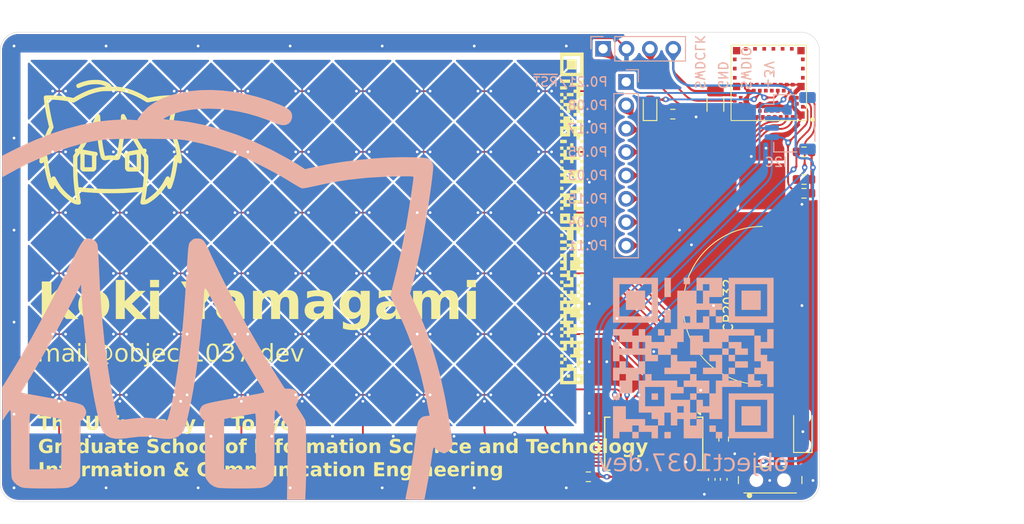
<source format=kicad_pcb>
(kicad_pcb (version 20241229) (generator "pcbnew") (generator_version "9.0")
  (layers (0 "F.Cu" signal) (2 "B.Cu" signal) (13 "F.Paste" user) (15 "B.Paste" user) (5 "F.SilkS" user "F.Silkscreen") (7 "B.SilkS" user "B.Silkscreen") (1 "F.Mask" user) (3 "B.Mask" user) (25 "Edge.Cuts" user))
  (net 0 "")
  (net 1 "GND")
  (net 2 "Net-(BT1-+)")
  (net 3 "+BATT")
  (net 4 "/SCL")
  (net 5 "/SDA")
  (net 6 "/INT")
  (net 7 "/SYNC")
  (net 8 "Net-(U2-NRST)")
  (net 11 "/SWDCLK")
  (net 13 "Net-(D2-A)")
  (net 14 "Net-(D2-K)")
  (net 15 "/P0_08")
  (net 16 "/P0_05")
  (net 17 "/~{RESET}")
  (net 18 "Net-(U1-OUT_ANT)")
  (net 20 "/SWDIO")
  (net 21 "/P0_11")
  (net 23 "/P0_03")
  (net 24 "/P0_04")
  (net 29 "/P0_15")
  (net 30 "/P0_17")
  (net 39 "unconnected-(U2-RX5-Pad23)")
  (net 40 "unconnected-(U2-RX3-Pad21)")
  (net 41 "unconnected-(U2-RX8-Pad26)")
  (net 42 "unconnected-(U2-RX0-Pad16)")
  (net 43 "unconnected-(U2-RX7-Pad25)")
  (net 44 "unconnected-(U2-RX9-Pad2)")
  (net 47 "unconnected-(U2-RX12-Pad5)")
  (net 48 "unconnected-(U2-RX13-Pad7)")
  (net 49 "unconnected-(U2-RX14-Pad13)")
  (net 50 "unconnected-(U2-RX2-Pad18)")
  (net 52 "unconnected-(U2-RX6-Pad24)")
  (net 53 "unconnected-(U2-RX1-Pad17)")
  (net 54 "unconnected-(U2-RX4-Pad22)")
  (net 55 "unconnected-(U2-RX10-Pad3)")
  (net 56 "unconnected-(U2-RX11-Pad4)")
  (net 59 "Net-(D1-K)")
  (footprint "Resistor_SMD:R_0603_1608Metric" (layer "F.Cu") (at 137.325 63 180)
    (property "Reference" "R4" (hide yes))
    (property "Value" "4.7k")
  )
  (footprint "LOGO" (layer "F.Cu") (at 112.1 70.24 -90)
    (property "Reference" "G***" (hide yes))
    (property "Value" "LOGO" (hide yes))
  )
  (footprint "Resistor_SMD:R_0603_1608Metric" (layer "F.Cu") (at 137.325 66 180)
    (property "Reference" "R3" (hide yes))
    (property "Value" "4.7k")
  )
  (footprint "Battery:BatteryHolder_Multicomp_BC-2001_1x2032" (layer "F.Cu") (at 132.790773 79.7 -90)
    (property "Reference" "BT1" (hide yes))
    (property "Value" "Battery_Cell")
  )
  (footprint "Capacitor_SMD:C_0402_1005Metric" (layer "F.Cu") (at 128.6 98.58 -90)
    (property "Reference" "C2" (hide yes))
    (property "Value" "10u")
  )
  (footprint "Package_SO:SSOP-28_5.3x10.2mm_P0.65mm" (layer "F.Cu") (at 121 94.7 -90)
    (property "Reference" "U2" (hide yes))
    (property "Value" "MTCH6102")
  )
  (footprint "Resistor_SMD:R_0603_1608Metric" (layer "F.Cu") (at 128.6 94.2 90)
    (property "Reference" "R5" (hide yes))
    (property "Value" "20k")
  )
  (footprint "Resistor_SMD:R_0603_1608Metric" (layer "F.Cu") (at 113.9 98.3)
    (property "Reference" "R2" (hide yes))
    (property "Value" "1.8k")
  )
  (footprint "Capacitor_SMD:C_0402_1005Metric" (layer "F.Cu") (at 127.3 98.58 -90)
    (property "Reference" "C1" (hide yes))
    (property "Value" "0.1u")
  )
  (footprint "Diode_SMD:D_SOD-123" (layer "F.Cu") (at 137.2 93.3 90)
    (property "Reference" "D1" (hide yes))
    (property "Value" "D_Schottky")
  )
  (footprint "Button_Switch_SMD:SW_SPDT_PCM12" (layer "F.Cu") (at 133.65 98.33)
    (property "Reference" "SW1" (hide yes))
    (property "Value" "SW_SPDT")
  )
  (footprint "LED_SMD:LED_0603_1608Metric" (layer "F.Cu") (at 120.6 58.1125 90)
    (property "Reference" "D2" (hide yes))
    (property "Value" "LED")
  )
  (footprint "RF_Module:ISP1907" (layer "F.Cu") (at 137 59 180)
    (property "Reference" "U1" (hide yes))
    (property "Value" "ISP1907")
  )
  (footprint "Resistor_SMD:R_0603_1608Metric" (layer "F.Cu") (at 123.075 58.9)
    (property "Reference" "R6" (hide yes))
    (property "Value" "2.2k")
  )
  (footprint "LOGO" (layer "F.Cu") (at 62 62)
    (property "Reference" "G***" (hide yes))
    (property "Value" "LOGO" (hide yes))
  )
  (footprint "Resistor_SMD:R_0603_1608Metric" (layer "F.Cu") (at 137.325 67.5 180)
    (property "Reference" "R1" (hide yes))
    (property "Value" "1.8k")
  )
  (footprint "Capacitor_SMD:C_1206_3216Metric" (layer "F.Cu") (at 127.7 57.875 -90)
    (property "Reference" "C3" (hide yes))
    (property "Value" "100u")
  )
  (footprint "LOGO" (layer "B.Cu") (at 125.3 85.4 180)
    (property "Reference" "G***" (hide yes))
    (property "Value" "LOGO" (hide yes))
  )
  (footprint "LOGO" (layer "B.Cu") (at 77.94 73.21 180)
    (property "Reference" "G***" (hide yes))
    (property "Value" "LOGO" (hide yes))
  )
  (footprint "Connector_JST:JST_SH_SM04B-SRSS-TB_1x04-1MP_P1.00mm_Horizontal" (layer "B.Cu") (at 135.825 59.9 -90)
    (property "Reference" "J3" (hide yes))
    (property "Value" "Conn_01x04")
  )
  (footprint "Connector_PinHeader_2.54mm:PinHeader_1x04_P2.54mm_Vertical" (layer "B.Cu") (at 115.5 51.8 -90)
    (property "Reference" "J2" (hide yes))
    (property "Value" "Conn_01x04")
  )
  (footprint "Connector_PinHeader_2.54mm:PinHeader_1x08_P2.54mm_Vertical" (layer "B.Cu") (at 118 55.4 180)
    (property "Reference" "J1" (hide yes))
    (property "Value" "Conn_01x08")
  )
  (gr_poly (pts (xy 56.1 69.6) (xy 53.1 72.6) (xy 53.1 66.6)) (stroke (width 0.2)) (fill yes) (layer "B.Cu") (net 56))
  (gr_poly (pts (xy 109.5 63) (xy 112.5 60) (xy 112.5 66)) (stroke (width 0.2)) (fill yes) (layer "B.Cu") (net 55))
  (gr_poly (pts (xy 63 89.7) (xy 66 92.7) (xy 60 92.7)) (stroke (width 0.2)) (fill yes) (layer "B.Cu") (net 53))
  (gr_poly (pts (xy 62.7 89.4) (xy 59.7 92.4) (xy 56.7 89.4) (xy 59.7 86.4)) (stroke (width 0.2)) (fill yes) (layer "B.Cu") (net 49))
  (gr_poly (pts (xy 89.4 89.1) (xy 86.4 86.1) (xy 89.4 83.1) (xy 92.4 86.1)) (stroke (width 0.2)) (fill yes) (layer "B.Cu") (net 39))
  (gr_poly (pts (xy 56.4 82.5) (xy 53.4 79.5) (xy 56.4 76.5) (xy 59.4 79.5)) (stroke (width 0.2)) (fill yes) (layer "B.Cu") (net 42))
  (gr_poly (pts (xy 108.9 89.4) (xy 105.9 92.4) (xy 102.9 89.4) (xy 105.9 86.4)) (stroke (width 0.2)) (fill yes) (layer "B.Cu") (net 49))
  (gr_poly (pts (xy 56.4 89.7) (xy 59.4 92.7) (xy 53.4 92.7)) (stroke (width 0.2)) (fill yes) (layer "B.Cu") (net 42))
  (gr_poly (pts (xy 109.5 89.4) (xy 112.5 86.4) (xy 112.5 92.4)) (stroke (width 0.2)) (fill yes) (layer "B.Cu") (net 49))
  (gr_poly (pts (xy 82.8 69.3) (xy 79.8 66.3) (xy 82.8 63.3) (xy 85.8 66.3)) (stroke (width 0.2)) (fill yes) (layer "B.Cu") (net 54))
  (gr_poly (pts (xy 69.6 75.9) (xy 66.6 72.9) (xy 69.6 69.9) (xy 72.6 72.9)) (stroke (width 0.2)) (fill yes) (layer "B.Cu") (net 50))
  (gr_poly (pts (xy 56.1 63) (xy 53.1 66) (xy 53.1 60)) (stroke (width 0.2)) (fill yes) (layer "B.Cu") (net 55))
  (gr_poly (pts (xy 69.3 82.8) (xy 66.3 85.8) (xy 63.3 82.8) (xy 66.3 79.8)) (stroke (width 0.2)) (fill yes) (layer "B.Cu") (net 48))
  (gr_poly (pts (xy 69.6 89.1) (xy 66.6 86.1) (xy 69.6 83.1) (xy 72.6 86.1)) (stroke (width 0.2)) (fill yes) (layer "B.Cu") (net 50))
  (gr_poly (pts (xy 89.4 89.7) (xy 92.4 92.7) (xy 86.4 92.7)) (stroke (width 0.2)) (fill yes) (layer "B.Cu") (net 39))
  (gr_poly (pts (xy 69.6 56.1) (xy 66.6 53.1) (xy 72.6 53.1)) (stroke (width 0.2)) (fill yes) (layer "B.Cu") (net 50))
  (gr_poly (pts (xy 96 75.9) (xy 93 72.9) (xy 96 69.9) (xy 99 72.9)) (stroke (width 0.2)) (fill yes) (layer "B.Cu") (net 52))
  (gr_poly (pts (xy 102.6 69.3) (xy 99.6 66.3) (xy 102.6 63.3) (xy 105.6 66.3)) (stroke (width 0.2)) (fill yes) (layer "B.Cu") (net 43))
  (gr_poly (pts (xy 56.1 56.4) (xy 53.1 59.4) (xy 53.1 53.4)) (stroke (width 0.2)) (fill yes) (layer "B.Cu") (net 44))
  (gr_poly (pts (xy 69.3 69.6) (xy 66.3 72.6) (xy 63.3 69.6) (xy 66.3 66.6)) (stroke (width 0.2)) (fill yes) (layer "B.Cu") (net 56))
  (gr_poly (pts (xy 108.9 56.4) (xy 105.9 59.4) (xy 102.9 56.4) (xy 105.9 53.4)) (stroke (width 0.2)) (fill yes) (layer "B.Cu") (net 44))
  (gr_poly (pts (xy 69.3 63) (xy 66.3 66) (xy 63.3 63) (xy 66.3 60)) (stroke (width 0.2)) (fill yes) (layer "B.Cu") (net 55))
  (gr_poly (pts (xy 92.4 59.7) (xy 89.4 62.7) (xy 86.4 59.7) (xy 89.4 56.7)) (stroke (width 0.2)) (fill yes) (layer "B.Cu") (net 39))
  (gr_poly (pts (xy 69.6 89.7) (xy 72.6 92.7) (xy 66.6 92.7)) (stroke (width 0.2)) (fill yes) (layer "B.Cu") (net 50))
  (gr_poly (pts (xy 108.9 82.8) (xy 105.9 85.8) (xy 102.9 82.8) (xy 105.9 79.8)) (stroke (width 0.2)) (fill yes) (layer "B.Cu") (net 48))
  (gr_poly (pts (xy 95.7 69.6) (xy 92.7 72.6) (xy 89.7 69.6) (xy 92.7 66.6)) (stroke (width 0.2)) (fill yes) (layer "B.Cu") (net 56))
  (gr_poly (pts (xy 109.2 89.1) (xy 106.2 86.1) (xy 109.2 83.1) (xy 112.2 86.1)) (stroke (width 0.2)) (fill yes) (layer "B.Cu") (net 41))
  (gr_poly (pts (xy 89.4 56.1) (xy 86.4 53.1) (xy 92.4 53.1)) (stroke (width 0.2)) (fill yes) (layer "B.Cu") (net 39))
  (gr_poly (pts (xy 82.8 75.9) (xy 79.8 72.9) (xy 82.8 69.9) (xy 85.8 72.9)) (stroke (width 0.2)) (fill yes) (layer "B.Cu") (net 54))
  (gr_poly (pts (xy 108.9 63) (xy 105.9 66) (xy 102.9 63) (xy 105.9 60)) (stroke (width 0.2)) (fill yes) (layer "B.Cu") (net 55))
  (gr_poly (pts (xy 56.4 56.1) (xy 53.4 53.1) (xy 59.4 53.1)) (stroke (width 0.2)) (fill yes) (layer "B.Cu") (net 42))
  (gr_poly (pts (xy 95.7 63) (xy 92.7 66) (xy 89.7 63) (xy 92.7 60)) (stroke (width 0.2)) (fill yes) (layer "B.Cu") (net 55))
  (gr_poly (pts (xy 76.2 89.7) (xy 79.2 92.7) (xy 73.2 92.7)) (stroke (width 0.2)) (fill yes) (layer "B.Cu") (net 40))
  (gr_poly (pts (xy 62.7 76.2) (xy 59.7 79.2) (xy 56.7 76.2) (xy 59.7 73.2)) (stroke (width 0.2)) (fill yes) (layer "B.Cu") (net 47))
  (gr_poly (pts (xy 75.9 56.4) (xy 72.9 59.4) (xy 69.9 56.4) (xy 72.9 53.4)) (stroke (width 0.2)) (fill yes) (layer "B.Cu") (net 44))
  (gr_poly (pts (xy 62.7 56.4) (xy 59.7 59.4) (xy 56.7 56.4) (xy 59.7 53.4)) (stroke (width 0.2)) (fill yes) (layer "B.Cu") (net 44))
  (gr_poly (pts (xy 76.2 82.5) (xy 73.2 79.5) (xy 76.2 76.5) (xy 79.2 79.5)) (stroke (width 0.2)) (fill yes) (layer "B.Cu") (net 40))
  (gr_poly (pts (xy 102.3 63) (xy 99.3 66) (xy 96.3 63) (xy 99.3 60)) (stroke (width 0.2)) (fill yes) (layer "B.Cu") (net 55))
  (gr_poly (pts (xy 63 89.1) (xy 60 86.1) (xy 63 83.1) (xy 66 86.1)) (stroke (width 0.2)) (fill yes) (layer "B.Cu") (net 53))
  (gr_poly (pts (xy 56.4 75.9) (xy 53.4 72.9) (xy 56.4 69.9) (xy 59.4 72.9)) (stroke (width 0.2)) (fill yes) (layer "B.Cu") (net 42))
  (gr_poly (pts (xy 89.1 76.2) (xy 86.1 79.2) (xy 83.1 76.2) (xy 86.1 73.2)) (stroke (width 0.2)) (fill yes) (layer "B.Cu") (net 47))
  (gr_poly (pts (xy 82.5 89.4) (xy 79.5 92.4) (xy 76.5 89.4) (xy 79.5 86.4)) (stroke (width 0.2)) (fill yes) (layer "B.Cu") (net 49))
  (gr_poly (pts (xy 105.6 59.7) (xy 102.6 62.7) (xy 99.6 59.7) (xy 102.6 56.7)) (stroke (width 0.2)) (fill yes) (layer "B.Cu") (net 43))
  (gr_poly (pts (xy 76.2 75.9) (xy 73.2 72.9) (xy 76.2 69.9) (xy 79.2 72.9)) (stroke (width 0.2)) (fill yes) (layer "B.Cu") (net 40))
  (gr_poly (pts (xy 109.2 82.5) (xy 106.2 79.5) (xy 109.2 76.5) (xy 112.2 79.5)) (stroke (width 0.2)) (fill yes) (layer "B.Cu") (net 41))
  (gr_poly (pts (xy 89.4 75.9) (xy 86.4 72.9) (xy 89.4 69.9) (xy 92.4 72.9)) (stroke (width 0.2)) (fill yes) (layer "B.Cu") (net 39))
  (gr_poly (pts (xy 95.7 56.4) (xy 92.7 59.4) (xy 89.7 56.4) (xy 92.7 53.4)) (stroke (width 0.2)) (fill yes) (layer "B.Cu") (net 44))
  (gr_poly (pts (xy 75.9 82.8) (xy 72.9 85.8) (xy 69.9 82.8) (xy 72.9 79.8)) (stroke (width 0.2)) (fill yes) (layer "B.Cu") (net 48))
  (gr_poly (pts (xy 69.3 89.4) (xy 66.3 92.4) (xy 63.3 89.4) (xy 66.3 86.4)) (stroke (width 0.2)) (fill yes) (layer "B.Cu") (net 49))
  (gr_poly (pts (xy 56.4 69.3) (xy 53.4 66.3) (xy 56.4 63.3) (xy 59.4 66.3)) (stroke (width 0.2)) (fill yes) (layer "B.Cu") (net 42))
  (gr_poly (pts (xy 63 82.5) (xy 60 79.5) (xy 63 76.5) (xy 66 79.5)) (stroke (width 0.2)) (fill yes) (layer "B.Cu") (net 53))
  (gr_poly (pts (xy 82.5 69.6) (xy 79.5 72.6) (xy 76.5 69.6) (xy 79.5 66.6)) (stroke (width 0.2)) (fill yes) (layer "B.Cu") (net 56))
  (gr_poly (pts (xy 56.4 89.1) (xy 53.4 86.1) (xy 56.4 83.1) (xy 59.4 86.1)) (stroke (width 0.2)) (fill yes) (layer "B.Cu") (net 42))
  (gr_poly (pts (xy 82.8 56.1) (xy 79.8 53.1) (xy 85.8 53.1)) (stroke (width 0.2)) (fill yes) (layer "B.Cu") (net 54))
  (gr_poly (pts (xy 69.3 76.2) (xy 66.3 79.2) (xy 63.3 76.2) (xy 66.3 73.2)) (stroke (width 0.2)) (fill yes) (layer "B.Cu") (net 47))
  (gr_poly (pts (xy 99 59.7) (xy 96 62.7) (xy 93 59.7) (xy 96 56.7)) (stroke (width 0.2)) (fill yes) (layer "B.Cu") (net 52))
  (gr_poly (pts (xy 102.6 89.1) (xy 99.6 86.1) (xy 102.6 83.1) (xy 105.6 86.1)) (stroke (width 0.2)) (fill yes) (layer "B.Cu") (net 43))
  (gr_poly (pts (xy 109.5 69.6) (xy 112.5 66.6) (xy 112.5 72.6)) (stroke (width 0.2)) (fill yes) (layer "B.Cu") (net 56))
  (gr_poly (pts (xy 95.7 76.2) (xy 92.7 79.2) (xy 89.7 76.2) (xy 92.7 73.2)) (stroke (width 0.2)) (fill yes) (layer "B.Cu") (net 47))
  (gr_poly (pts (xy 95.7 82.8) (xy 92.7 85.8) (xy 89.7 82.8) (xy 92.7 79.8)) (stroke (width 0.2)) (fill yes) (layer "B.Cu") (net 48))
  (gr_poly (pts (xy 102.3 76.2) (xy 99.3 79.2) (xy 96.3 76.2) (xy 99.3 73.2)) (stroke (width 0.2)) (fill yes) (layer "B.Cu") (net 47))
  (gr_poly (pts (xy 89.1 82.8) (xy 86.1 85.8) (xy 83.1 82.8) (xy 86.1 79.8)) (stroke (width 0.2)) (fill yes) (layer "B.Cu") (net 48))
  (gr_poly (pts (xy 82.5 82.8) (xy 79.5 85.8) (xy 76.5 82.8) (xy 79.5 79.8)) (stroke (width 0.2)) (fill yes) (layer "B.Cu") (net 48))
  (gr_poly (pts (xy 89.1 63) (xy 86.1 66) (xy 83.1 63) (xy 86.1 60)) (stroke (width 0.2)) (fill yes) (layer "B.Cu") (net 55))
  (gr_poly (pts (xy 75.9 76.2) (xy 72.9 79.2) (xy 69.9 76.2) (xy 72.9 73.2)) (stroke (width 0.2)) (fill yes) (layer "B.Cu") (net 47))
  (gr_poly (pts (xy 102.3 56.4) (xy 99.3 59.4) (xy 96.3 56.4) (xy 99.3 53.4)) (stroke (width 0.2)) (fill yes) (layer "B.Cu") (net 44))
  (gr_poly (pts (xy 102.6 89.7) (xy 105.6 92.7) (xy 99.6 92.7)) (stroke (width 0.2)) (fill yes) (layer "B.Cu") (net 43))
  (gr_poly (pts (xy 89.1 89.4) (xy 86.1 92.4) (xy 83.1 89.4) (xy 86.1 86.4)) (stroke (width 0.2)) (fill yes) (layer "B.Cu") (net 49))
  (gr_poly (pts (xy 102.3 82.8) (xy 99.3 85.8) (xy 96.3 82.8) (xy 99.3 79.8)) (stroke (width 0.2)) (fill yes) (layer "B.Cu") (net 48))
  (gr_poly (pts (xy 96 82.5) (xy 93 79.5) (xy 96 76.5) (xy 99 79.5)) (stroke (width 0.2)) (fill yes) (layer "B.Cu") (net 52))
  (gr_poly (pts (xy 89.4 82.5) (xy 86.4 79.5) (xy 89.4 76.5) (xy 92.4 79.5)) (stroke (width 0.2)) (fill yes) (layer "B.Cu") (net 39))
  (gr_poly (pts (xy 102.3 89.4) (xy 99.3 92.4) (xy 96.3 89.4) (xy 99.3 86.4)) (stroke (width 0.2)) (fill yes) (layer "B.Cu") (net 49))
  (gr_poly (pts (xy 79.2 59.7) (xy 76.2 62.7) (xy 73.2 59.7) (xy 76.2 56.7)) (stroke (width 0.2)) (fill yes) (layer "B.Cu") (net 40))
  (gr_poly (pts (xy 102.6 56.1) (xy 99.6 53.1) (xy 105.6 53.1)) (stroke (width 0.2)) (fill yes) (layer "B.Cu") (net 43))
  (gr_poly (pts (xy 95.7 89.4) (xy 92.7 92.4) (xy 89.7 89.4) (xy 92.7 86.4)) (stroke (width 0.2)) (fill yes) (layer "B.Cu") (net 49))
  (gr_poly (pts (xy 108.9 69.6) (xy 105.9 72.6) (xy 102.9 69.6) (xy 105.9 66.6)) (stroke (width 0.2)) (fill yes) (layer "B.Cu") (net 56))
  (gr_poly (pts (xy 69.3 56.4) (xy 66.3 59.4) (xy 63.3 56.4) (xy 66.3 53.4)) (stroke (width 0.2)) (fill yes) (layer "B.Cu") (net 44))
  (gr_poly (pts (xy 56.1 89.4) (xy 53.1 92.4) (xy 53.1 86.4)) (stroke (width 0.2)) (fill yes) (layer "B.Cu") (net 49))
  (gr_poly (pts (xy 89.1 69.6) (xy 86.1 72.6) (xy 83.1 69.6) (xy 86.1 66.6)) (stroke (width 0.2)) (fill yes) (layer "B.Cu") (net 56))
  (gr_poly (pts (xy 82.5 63) (xy 79.5 66) (xy 76.5 63) (xy 79.5 60)) (stroke (width 0.2)) (fill yes) (layer "B.Cu") (net 55))
  (gr_poly (pts (xy 69.6 69.3) (xy 66.6 66.3) (xy 69.6 63.3) (xy 72.6 66.3)) (stroke (width 0.2)) (fill yes) (layer "B.Cu") (net 50))
  (gr_poly (pts (xy 82.5 56.4) (xy 79.5 59.4) (xy 76.5 56.4) (xy 79.5 53.4)) (stroke (width 0.2)) (fill yes) (layer "B.Cu") (net 44))
  (gr_poly (pts (xy 75.9 63) (xy 72.9 66) (xy 69.9 63) (xy 72.9 60)) (stroke (width 0.2)) (fill yes) (layer "B.Cu") (net 55))
  (gr_poly (pts (xy 109.5 82.8) (xy 112.5 79.8) (xy 112.5 85.8)) (stroke (width 0.2)) (fill yes) (layer "B.Cu") (net 48))
  (gr_poly (pts (xy 82.8 89.7) (xy 85.8 92.7) (xy 79.8 92.7)) (stroke (width 0.2)) (fill yes) (layer "B.Cu") (net 54))
  (gr_poly (pts (xy 89.4 69.3) (xy 86.4 66.3) (xy 89.4 63.3) (xy 92.4 66.3)) (stroke (width 0.2)) (fill yes) (layer "B.Cu") (net 39))
  (gr_poly (pts (xy 59.4 59.7) (xy 56.4 62.7) (xy 53.4 59.7) (xy 56.4 56.7)) (stroke (width 0.2)) (fill yes) (layer "B.Cu") (net 42))
  (gr_poly (pts (xy 109.2 89.7) (xy 112.2 92.7) (xy 106.2 92.7)) (stroke (width 0.2)) (fill yes) (layer "B.Cu") (net 41))
  (gr_poly (pts (xy 82.8 89.1) (xy 79.8 86.1) (xy 82.8 83.1) (xy 85.8 86.1)) (stroke (width 0.2)) (fill yes) (layer "B.Cu") (net 54))
  (gr_poly (pts (xy 102.6 82.5) (xy 99.6 79.5) (xy 102.6 76.5) (xy 105.6 79.5)) (stroke (width 0.2)) (fill yes) (layer "B.Cu") (net 43))
  (gr_poly (pts (xy 109.2 75.9) (xy 106.2 72.9) (xy 109.2 69.9) (xy 112.2 72.9)) (stroke (width 0.2)) (fill yes) (layer "B.Cu") (net 41))
  (gr_poly (pts (xy 96 69.3) (xy 93 66.3) (xy 96 63.3) (xy 99 66.3)) (stroke (width 0.2)) (fill yes) (layer "B.Cu") (net 52))
  (gr_poly (pts (xy 56.1 82.8) (xy 53.1 85.8) (xy 53.1 79.8)) (stroke (width 0.2)) (fill yes) (layer "B.Cu") (net 48))
  (gr_poly (pts (xy 96 56.1) (xy 93 53.1) (xy 99 53.1)) (stroke (width 0.2)) (fill yes) (layer "B.Cu") (net 52))
  (gr_poly (pts (xy 109.5 76.2) (xy 112.5 73.2) (xy 112.5 79.2)) (stroke (width 0.2)) (fill yes) (layer "B.Cu") (net 47))
  (gr_poly (pts (xy 72.6 59.7) (xy 69.6 62.7) (xy 66.6 59.7) (xy 69.6 56.7)) (stroke (width 0.2)) (fill yes) (layer "B.Cu") (net 50))
  (gr_poly (pts (xy 62.7 69.6) (xy 59.7 72.6) (xy 56.7 69.6) (xy 59.7 66.6)) (stroke (width 0.2)) (fill yes) (layer "B.Cu") (net 56))
  (gr_poly (pts (xy 62.7 63) (xy 59.7 66) (xy 56.7 63) (xy 59.7 60)) (stroke (width 0.2)) (fill yes) (layer "B.Cu") (net 55))
  (gr_poly (pts (xy 75.9 69.6) (xy 72.9 72.6) (xy 69.9 69.6) (xy 72.9 66.6)) (stroke (width 0.2)) (fill yes) (layer "B.Cu") (net 56))
  (gr_poly (pts (xy 102.3 69.6) (xy 99.3 72.6) (xy 96.3 69.6) (xy 99.3 66.6)) (stroke (width 0.2)) (fill yes) (layer "B.Cu") (net 56))
  (gr_poly (pts (xy 96 89.1) (xy 93 86.1) (xy 96 83.1) (xy 99 86.1)) (stroke (width 0.2)) (fill yes) (layer "B.Cu") (net 52))
  (gr_poly (pts (xy 62.7 82.8) (xy 59.7 85.8) (xy 56.7 82.8) (xy 59.7 79.8)) (stroke (width 0.2)) (fill yes) (layer "B.Cu") (net 48))
  (gr_poly (pts (xy 109.2 56.1) (xy 106.2 53.1) (xy 112.2 53.1)) (stroke (width 0.2)) (fill yes) (layer "B.Cu") (net 41))
  (gr_poly (pts (xy 82.8 82.5) (xy 79.8 79.5) (xy 82.8 76.5) (xy 85.8 79.5)) (stroke (width 0.2)) (fill yes) (layer "B.Cu") (net 54))
  (gr_poly (pts (xy 109.2 69.3) (xy 106.2 66.3) (xy 109.2 63.3) (xy 112.2 66.3)) (stroke (width 0.2)) (fill yes) (layer "B.Cu") (net 41))
  (gr_poly (pts (xy 63 75.9) (xy 60 72.9) (xy 63 69.9) (xy 66 72.9)) (stroke (width 0.2)) (fill yes) (layer "B.Cu") (net 53))
  (gr_poly (pts (xy 108.9 76.2) (xy 105.9 79.2) (xy 102.9 76.2) (xy 105.9 73.2)) (stroke (width 0.2)) (fill yes) (layer "B.Cu") (net 47))
  (gr_poly (pts (xy 76.2 89.1) (xy 73.2 86.1) (xy 76.2 83.1) (xy 79.2 86.1)) (stroke (width 0.2)) (fill yes) (layer "B.Cu") (net 40))
  (gr_poly (pts (xy 56.1 76.2) (xy 53.1 79.2) (xy 53.1 73.2)) (stroke (width 0.2)) (fill yes) (layer "B.Cu") (net 47))
  (gr_poly (pts (xy 66 59.7) (xy 63 62.7) (xy 60 59.7) (xy 63 56.7)) (stroke (width 0.2)) (fill yes) (layer "B.Cu") (net 53))
  (gr_poly (pts (xy 63 69.3) (xy 60 66.3) (xy 63 63.3) (xy 66 66.3)) (stroke (width 0.2)) (fill yes) (layer "B.Cu") (net 53))
  (gr_poly (pts (xy 75.9 89.4) (xy 72.9 92.4) (xy 69.9 89.4) (xy 72.9 86.4)) (stroke (width 0.2)) (fill yes) (layer "B.Cu") (net 49))
  (gr_poly (pts (xy 85.8 59.7) (xy 82.8 62.7) (xy 79.8 59.7) (xy 82.8 56.7)) (stroke (width 0.2)) (fill yes) (layer "B.Cu") (net 54))
  (gr_poly (pts (xy 102.6 75.9) (xy 99.6 72.9) (xy 102.6 69.9) (xy 105.6 72.9)) (stroke (width 0.2)) (fill yes) (layer "B.Cu") (net 43))
  (gr_poly (pts (xy 109.5 56.4) (xy 112.5 53.4) (xy 112.5 59.4)) (stroke (width 0.2)) (fill yes) (layer "B.Cu") (net 44))
  (gr_poly (pts (xy 76.2 69.3) (xy 73.2 66.3) (xy 76.2 63.3) (xy 79.2 66.3)) (stroke (width 0.2)) (fill yes) (layer "B.Cu") (net 40))
  (gr_poly (pts (xy 82.5 76.2) (xy 79.5 79.2) (xy 76.5 76.2) (xy 79.5 73.2)) (stroke (width 0.2)) (fill yes) (layer "B.Cu") (net 47))
  (gr_poly (pts (xy 96 89.7) (xy 99 92.7) (xy 93 92.7)) (stroke (width 0.2)) (fill yes) (layer "B.Cu") (net 52))
  (gr_poly (pts (xy 69.6 82.5) (xy 66.6 79.5) (xy 69.6 76.5) (xy 72.6 79.5)) (stroke (width 0.2)) (fill yes) (layer "B.Cu") (net 50))
  (gr_poly (pts (xy 76.2 56.1) (xy 73.2 53.1) (xy 79.2 53.1)) (stroke (width 0.2)) (fill yes) (layer "B.Cu") (net 40))
  (gr_poly (pts (xy 89.1 56.4) (xy 86.1 59.4) (xy 83.1 56.4) (xy 86.1 53.4)) (stroke (width 0.2)) (fill yes) (layer "B.Cu") (net 44))
  (gr_poly (pts (xy 63 56.1) (xy 60 53.1) (xy 66 53.1)) (stroke (width 0.2)) (fill yes) (layer "B.Cu") (net 53))
  (gr_poly (pts (xy 112.2 59.7) (xy 109.2 62.7) (xy 106.2 59.7) (xy 109.2 56.7)) (stroke (width 0.2)) (fill yes) (layer "B.Cu") (net 41))
  (gr_arc (start 132.8 88.3) (mid 124.2 79.7) (end 132.8 71.1) (stroke (width 0.1)) (layer "F.SilkS"))
  (gr_line (start 50 99) (end 50 52) (stroke (width 0.05)) (layer "Edge.Cuts"))
  (gr_arc (start 137 50) (mid 138.414214 50.585786) (end 139 52) (stroke (width 0.05)) (layer "Edge.Cuts"))
  (gr_line (start 137 101) (end 52 101) (stroke (width 0.05)) (layer "Edge.Cuts"))
  (gr_arc (start 52 101) (mid 50.585786 100.414214) (end 50 99) (stroke (width 0.05)) (layer "Edge.Cuts"))
  (gr_arc (start 139 99) (mid 138.414214 100.414214) (end 137 101) (stroke (width 0.05)) (layer "Edge.Cuts"))
  (gr_arc (start 50 52) (mid 50.585786 50.585786) (end 52 50) (stroke (width 0.05)) (layer "Edge.Cuts"))
  (gr_line (start 139 52) (end 139 99) (stroke (width 0.05)) (layer "Edge.Cuts"))
  (gr_line (start 52 50) (end 137 50) (stroke (width 0.05)) (layer "Edge.Cuts"))
  (gr_text "The University of Tokyo\nGraduate School of Information Science and Technology\nInformation & Communication Engineering" (at 54.1 95.1 0) (layer "F.SilkS") (effects (font (size 1.5 1.5) (thickness 0.1875)) (justify left)))
  (gr_text "CR2032" (at 129.1 79.7 90) (layer "F.SilkS") (effects (font (size 1 1) (thickness 0.153))))
  (gr_text "Koki Yamagami" (at 54 79.5 0) (layer "F.SilkS") (effects (font (size 4 4) (thickness 0.5)) (justify left)))
  (gr_text "mail@object1037.dev" (at 54 85 0) (layer "F.SilkS") (effects (font (size 1.9 1.9) (thickness 0.025)) (justify left)))
  (gr_text "P0.08" (at 116.095 57.94 0) (layer "B.SilkS") (effects (font (size 1 1) (thickness 0.153)) (justify left mirror)))
  (gr_text "SWDIO" (at 131 56.3 270) (layer "B.SilkS") (effects (font (size 1 1) (thickness 0.153)) (justify left mirror)))
  (gr_text "P0.21/~{RST}" (at 116.095 55.4 0) (layer "B.SilkS") (effects (font (size 1 1) (thickness 0.153)) (justify left mirror)))
  (gr_text "object1037.dev" (at 125.3 96.9 0) (layer "B.SilkS") (effects (font (size 1.9 1.9) (thickness 0.025)) (justify mirror)))
  (gr_text "I2C" (at 135.6 64.7 0) (layer "B.SilkS") (effects (font (size 1 1) (thickness 0.153)) (justify left bottom mirror)))
  (gr_text "P0.17" (at 116.095 60.48 0) (layer "B.SilkS") (effects (font (size 1 1) (thickness 0.153)) (justify left mirror)))
  (gr_text "P0.03" (at 116.095 65.56 0) (layer "B.SilkS") (effects (font (size 1 1) (thickness 0.153)) (justify left mirror)))
  (gr_text "+3V" (at 133.5 56.3 270) (layer "B.SilkS") (effects (font (size 1 1) (thickness 0.153)) (justify left mirror)))
  (gr_text "P0.04" (at 116.095 70.64 0) (layer "B.SilkS") (effects (font (size 1 1) (thickness 0.153)) (justify left mirror)))
  (gr_text "P0.11" (at 116.095 73.18 0) (layer "B.SilkS") (effects (font (size 1 1) (thickness 0.153)) (justify left mirror)))
  (gr_text "SWDCLK" (at 126 56.3 270) (layer "B.SilkS") (effects (font (size 1 1) (thickness 0.153)) (justify left mirror)))
  (gr_text "P0.15" (at 116.095 68.1 0) (layer "B.SilkS") (effects (font (size 1 1) (thickness 0.153)) (justify left mirror)))
  (gr_text "P0.05" (at 116.095 63.02 0) (layer "B.SilkS") (effects (font (size 1 1) (thickness 0.153)) (justify left mirror)))
  (gr_text "GND" (at 128.5 56.3 270) (layer "B.SilkS") (effects (font (size 1 1) (thickness 0.153)) (justify left mirror)))
  (segment (start 120.675 92.575) (end 120.675 91.1) (width 0.25) (layer "F.Cu") (net 1))
  (segment (start 124.5 96.7) (end 124.5 94.925) (width 0.25) (layer "F.Cu") (net 1))
  (segment (start 118.04 51.8) (end 116.89 50.65) (width 0.2) (layer "F.Cu") (net 1))
  (segment (start 137 55.9) (end 137 55.90104) (width 0.25) (layer "F.Cu") (net 1))
  (segment (start 136.8 55.7) (end 137 55.9) (width 0.2) (layer "F.Cu") (net 1))
  (segment (start 130.2 55.7) (end 130 55.9) (width 0.2) (layer "F.Cu") (net 1))
  (segment (start 121.1 93) (end 120.675 92.575) (width 0.25) (layer "F.Cu") (net 1))
  (segment (start 129.65 59.35) (end 130 59) (width 0.2) (layer "F.Cu") (net 1))
  (segment (start 131.225 57.775) (end 131.225 56.35) (width 0.25) (layer "F.Cu") (net 1))
  (segment (start 119.375 98.3) (end 119.375 96.675) (width 0.25) (layer "F.Cu") (net 1))
  (segment (start 130.9 55.7) (end 130.2 55.7) (width 0.2) (layer "F.Cu") (net 1))
  (segment (start 122.575 93) (end 121.1 93) (width 0.25) (layer "F.Cu") (net 1))
  (segment (start 119.375 96.675) (end 119.3 96.6) (width 0.25) (layer "F.Cu") (net 1))
  (segment (start 124.5 94.925) (end 122.575 93) (width 0.25) (layer "F.Cu") (net 1))
  (segment (start 133.1 63.5) (end 136.575745 60.024255) (width 0.25) (layer "F.Cu") (net 1))
  (segment (start 137 55.90104) (end 135.8 57.10104) (width 0.25) (layer "F.Cu") (net 1))
  (segment (start 120.675 91.1) (end 120.675 89.175) (width 0.25) (layer "F.Cu") (net 1))
  (segment (start 130 59) (end 131.225 57.775) (width 0.25) (layer "F.Cu") (net 1))
  (segment (start 112.35 50.65) (end 111.5 51.5) (width 0.2) (layer "F.Cu") (net 1))
  (segment (start 120.675 89.175) (end 117.3 85.8) (width 0.25) (layer "F.Cu") (net 1))
  (segment (start 131.15 56.35) (end 130.9 56.1) (width 0.2) (layer "F.Cu") (net 1))
  (segment (start 117.3 85.8) (end 115.9 85.8) (width 0.25) (layer "F.Cu") (net 1))
  (segment (start 132.85 55.7) (end 136.8 55.7) (width 0.2) (layer "F.Cu") (net 1))
  (segment (start 137 59) (end 135.8 57.8) (width 0.25) (layer "F.Cu") (net 1))
  (segment (start 127.7 59.35) (end 129.65 59.35) (width 0.2) (layer "F.Cu") (net 1))
  (segment (start 130.9 56.1) (end 130.9 55.7) (width 0.2) (layer "F.Cu") (net 1))
  (segment (start 131.6 63.5) (end 133.1 63.5) (width 0.25) (layer "F.Cu") (net 1))
  (segment (start 131.875 56.35) (end 131.15 56.35) (width 0.2) (layer "F.Cu") (net 1))
  (segment (start 116.89 50.65) (end 112.35 50.65) (width 0.2) (layer "F.Cu") (net 1))
  (segment (start 135.8 57.10104) (end 135.8 57.8) (width 0.25) (layer "F.Cu") (net 1))
  (via (at 114 72.9) (size 0.6) (drill 0.3) (layers "F.Cu" "B.Cu") (net 1))
  (via (at 81.5 51.5) (size 0.6) (drill 0.3) (layers "F.Cu" "B.Cu") (net 1))
  (via (at 59.7 93.9) (size 0.6) (drill 0.3) (layers "F.Cu" "B.Cu") (net 1))
  (via (at 51.5 81.5) (size 0.6) (drill 0.3) (layers "F.Cu" "B.Cu") (net 1))
  (via (at 127.5 79.7) (size 0.6) (drill 0.3) (layers "F.Cu" "B.Cu") (net 1))
  (via (at 72.9 93.9) (size 0.6) (drill 0.3) (layers "F.Cu" "B.Cu") (net 1))
  (via (at 61.5 51.5) (size 0.6) (drill 0.3) (layers "F.Cu" "B.Cu") (net 1))
  (via (at 131.6 63.5) (size 0.6) (drill 0.3) (layers "F.Cu" "B.Cu") (net 1))
  (via (at 114 91.4) (size 0.6) (drill 0.3) (layers "F.Cu" "B.Cu") (net 1))
  (via (at 138.3 98.7) (size 0.6) (drill 0.3) (layers "F.Cu" "B.Cu") (net 1))
  (via (at 79.5 93.9) (size 0.6) (drill 0.3) (layers "F.Cu" "B.Cu") (net 1))
  (via (at 111.5 51.5) (size 0.6) (drill 0.3) (layers "F.Cu" "B.Cu") (net 1))
  (via (at 91.5 51.5) (size 0.6) (drill 0.3) (layers "F.Cu" "B.Cu") (net 1))
  (via (at 137.2 93.4) (size 0.6) (drill 0.3) (layers "F.Cu" "B.Cu") (net 1))
  (via (at 105.9 93.7) (size 0.6) (drill 0.3) (layers "F.Cu" "B.Cu") (net 1))
  (via (at 114 79.5) (size 0.6) (drill 0.3) (layers "F.Cu" "B.Cu") (net 1))
  (via (at 71.5 51.5) (size 0.6) (drill 0.3) (layers "F.Cu" "B.Cu") (net 1))
  (via (at 133.2 62.6) (size 0.6) (drill 0.3) (layers "F.Cu" "B.Cu") (net 1))
  (via (at 137.1 68.7) (size 0.6) (drill 0.3) (layers "F.Cu" "B.Cu") (net 1))
  (via (at 129.8 95.8) (size 0.6) (drill 0.3) (layers "F.Cu" "B.Cu") (net 1))
  (via (at 114 85.8) (size 0.6) (drill 0.3) (layers "F.Cu" "B.Cu") (net 1))
  (via (at 114 66.3) (size 0.6) (drill 0.3) (layers "F.Cu" "B.Cu") (net 1))
  (via (at 126.1 88.9) (size 0.6) (drill 0.3) (layers "F.Cu" "B.Cu") (net 1))
  (via (at 126.5 100.2) (size 0.6) (drill 0.3) (layers "F.Cu" "B.Cu") (net 1))
  (via (at 101.5 51.5) (size 0.6) (drill 0.3) (layers "F.Cu" "B.Cu") (net 1))
  (via (at 51.5 91.5) (size 0.6) (drill 0.3) (layers "F.Cu" "B.Cu") (net 1))
  (via (at 51.5 99.5) (size 0.6) (drill 0.3) (layers "F.Cu" "B.Cu") (net 1))
  (via (at 133.6 98.7) (size 0.6) (drill 0.3) (layers "F.Cu" "B.Cu") (net 1))
  (via (at 125.1 73.1) (size 0.6) (drill 0.3) (layers "F.Cu" "B.Cu") (net 1))
  (via (at 61.5 99.5) (size 0.6) (drill 0.3) (layers "F.Cu" "B.Cu") (net 1))
  (via (at 137.1 79.7) (size 0.6) (drill 0.3) (layers "F.Cu" "B.Cu") (net 1))
  (via (at 123.8 71.5) (size 0.6) (drill 0.3) (layers "F.Cu" "B.Cu") (net 1))
  (via (at 99.3 93.9) (size 0.6) (drill 0.3) (layers "F.Cu" "B.Cu") (net 1))
  (via (at 117 81.1) (size 0.6) (drill 0.3) (layers "F.Cu" "B.Cu") (net 1))
  (via (at 101.5 99.5) (size 0.6) (drill 0.3) (layers "F.Cu" "B.Cu") (net 1))
  (via (at 86.1 93.9) (size 0.6) (drill 0.3) (layers "F.Cu" "B.Cu") (net 1))
  (via (at 125.6 59.2) (size 0.6) (drill 0.3) (layers "F.Cu" "B.Cu") (net 1))
  (via (at 51.5 51.5) (size 0.6) (drill 0.3) (layers "F.Cu" "B.Cu") (net 1))
  (via (at 115.9 85.8) (size 0.6) (drill 0.3) (layers "F.Cu" "B.Cu") (net 1))
  (via (at 121 84.7) (size 0.6) (drill 0.3) (layers "F.Cu" "B.Cu") (net 1))
  (via (at 81.5 99.5) (size 0.6) (drill 0.3) (layers "F.Cu" "B.Cu") (net 1))
  (via (at 111.5 99.5) (size 0.6) (drill 0.3) (layers "F.Cu" "B.Cu") (net 1))
  (via (at 51.5 71.5) (size 0.6) (drill 0.3) (layers "F.Cu" "B.Cu") (net 1))
  (via (at 91.5 99.5) (size 0.6) (drill 0.3) (layers "F.Cu" "B.Cu") (net 1))
  (via (at 92.7 93.9) (size 0.6) (drill 0.3) (layers "F.Cu" "B.Cu") (net 1))
  (via (at 119.3 96.6) (size 0.6) (drill 0.3) (layers "F.Cu" "B.Cu") (net 1))
  (via (at 66.3 93.9) (size 0.6) (drill 0.3) (layers "F.Cu" "B.Cu") (net 1))
  (via (at 135.8 57.8) (size 0.6) (drill 0.3) (layers "F.Cu" "B.Cu") (net 1))
  (via (at 51.5 61.5) (size 0.6) (drill 0.3) (layers "F.Cu" "B.Cu") (net 1))
  (via (at 114 59.7) (size 0.6) (drill 0.3) (layers "F.Cu" "B.Cu") (net 1))
  (via (at 124.5 96.7) (size 0.6) (drill 0.3) (layers "F.Cu" "B.Cu") (net 1))
  (via (at 71.5 99.5) (size 0.6) (drill 0.3) (layers "F.Cu" "B.Cu") (net 1))
  (arc (start 136.575745 60.024255) (mid 136.889739 59.554329) (end 137 59) (width 0.25) (layer "F.Cu") (net 1))
  (segment (start 137.2 91.65) (end 133.790773 91.65) (width 0.25) (layer "F.Cu") (net 2))
  (segment (start 133.790773 91.65) (end 132.790773 92.65) (width 0.25) (layer "F.Cu") (net 2))
  (segment (start 128.6 96.5) (end 128.6 95.025) (width 0.25) (layer "F.Cu") (net 3))
  (segment (start 120.1 99.5) (end 126.1 99.5) (width 0.25) (layer "F.Cu") (net 3))
  (segment (start 123.412893 54.589671) (end 124.930329 56.107107) (width 0.25) (layer "F.Cu") (net 3))
  (segment (start 131.4 96.585) (end 132.885 96.585) (width 0.25) (layer "F.Cu") (net 3))
  (segment (start 127.7 56.4) (end 128.1 56.8) (width 0.3) (layer "F.Cu") (net 3))
  (segment (start 123.12 51.8) (end 123.12 53.882564) (width 0.25) (layer "F.Cu") (net 3))
  (segment (start 128.1 56.8) (end 129.8 56.8) (width 0.3) (layer "F.Cu") (net 3))
  (segment (start 125.637436 56.4) (end 127.7 56.4) (width 0.25) (layer "F.Cu") (net 3))
  (segment (start 128.6 98.1) (end 128.6 96.5) (width 0.25) (layer "F.Cu") (net 3))
  (segment (start 131.4 96.585) (end 128.685 96.585) (width 0.25) (layer "F.Cu") (net 3))
  (segment (start 138.15 66) (end 138.15 64.85) (width 0.25) (layer "F.Cu") (net 3))
  (segment (start 138.15 63) (end 138.15 64.55) (width 0.25) (layer "F.Cu") (net 3))
  (segment (start 127.1 98.1) (end 127.3 98.1) (width 0.25) (layer "F.Cu") (net 3))
  (segment (start 120.025 99.425) (end 120.1 99.5) (width 0.25) (layer "F.Cu") (net 3))
  (segment (start 127.3 98.1) (end 128.6 98.1) (width 0.25) (layer "F.Cu") (net 3))
  (segment (start 138.15 67.5) (end 138.15 66) (width 0.25) (layer "F.Cu") (net 3))
  (segment (start 126.6 99) (end 126.6 98.6) (width 0.25) (layer "F.Cu") (net 3))
  (segment (start 114.075 99.5) (end 120.1 99.5) (width 0.25) (layer "F.Cu") (net 3))
  (segment (start 128.685 96.585) (end 128.6 96.5) (width 0.25) (layer "F.Cu") (net 3))
  (segment (start 113.075 98.3) (end 113.075 98.5) (width 0.25) (layer "F.Cu") (net 3))
  (segment (start 138.15 64.55) (end 138.3 64.7) (width 0.25) (layer "F.Cu") (net 3))
  (segment (start 132.885 96.585) (end 132.9 96.6) (width 0.25) (layer "F.Cu") (net 3))
  (segment (start 138.15 64.85) (end 138.3 64.7) (width 0.25) (layer "F.Cu") (net 3))
  (segment (start 120.025 98.3) (end 120.025 99.425) (width 0.25) (layer "F.Cu") (net 3))
  (via (at 138.3 64.7) (size 0.6) (drill 0.3) (layers "F.Cu" "B.Cu") (net 3))
  (via (at 132.9 96.6) (size 0.6) (drill 0.3) (layers "F.Cu" "B.Cu") (net 3))
  (arc (start 127.1 98.1) (mid 126.746447 98.246447) (end 126.6 98.6) (width 0.25) (layer "F.Cu") (net 3))
  (arc (start 123.12 53.882564) (mid 123.19612 54.265247) (end 123.412893 54.589671) (width 0.25) (layer "F.Cu") (net 3))
  (arc (start 125.637436 56.4) (mid 125.254753 56.32388) (end 124.930329 56.107107) (width 0.25) (layer "F.Cu") (net 3))
  (arc (start 126.6 99) (mid 126.453553 99.353553) (end 126.1 99.5) (width 0.25) (layer "F.Cu") (net 3))
  (arc (start 113.075 98.5) (mid 113.367893 99.207107) (end 114.075 99.5) (width 0.25) (layer "F.Cu") (net 3))
  (segment (start 132.9 96.6) (end 136.3 96.6) (width 0.25) (layer "B.Cu") (net 3))
  (segment (start 136.425 59.4) (end 136.425 57.8) (width 0.25) (layer "B.Cu") (net 3))
  (segment (start 138.3 94.6) (end 138.3 64.7) (width 0.25) (layer "B.Cu") (net 3))
  (segment (start 137.6 63.7) (end 137.125 63.7) (width 0.25) (layer "B.Cu") (net 3))
  (segment (start 133.825 59.4) (end 136.425 59.4) (width 0.25) (layer "B.Cu") (net 3))
  (segment (start 134.425 55.8) (end 125.12 55.8) (width 0.25) (layer "B.Cu") (net 3))
  (segment (start 138.3 64.7) (end 138.3 64.4) (width 0.25) (layer "B.Cu") (net 3))
  (segment (start 123.12 53.8) (end 123.12 51.8) (width 0.25) (layer "B.Cu") (net 3))
  (segment (start 136.425 63) (end 136.425 59.4) (width 0.25) (layer "B.Cu") (net 3))
  (arc (start 138.3 94.6) (mid 137.714214 96.014214) (end 136.3 96.6) (width 0.25) (layer "B.Cu") (net 3))
  (arc (start 137.125 63.7) (mid 136.630025 63.494975) (end 136.425 63) (width 0.25) (layer "B.Cu") (net 3))
  (arc (start 134.425 55.8) (mid 135.839214 56.385786) (end 136.425 57.8) (width 0.25) (layer "B.Cu") (net 3))
  (arc (start 137.6 63.7) (mid 138.094975 63.905025) (end 138.3 64.4) (width 0.25) (layer "B.Cu") (net 3))
  (arc (start 125.12 55.8) (mid 123.705786 55.214214) (end 123.12 53.8) (width 0.25) (layer "B.Cu") (net 3))
  (segment (start 135.6 62) (end 135.590773 62.009227) (width 0.2) (layer "F.Cu") (net 4))
  (segment (start 137.7 58.60001) (end 137.7 59.485786) (width 0.2) (layer "F.Cu") (net 4))
  (segment (start 116.775 89.4) (end 116.775 91.1) (width 0.2) (layer "F.Cu") (net 4))
  (segment (start 137.407107 60.192893) (end 135.6 62) (width 0.2) (layer "F.Cu") (net 4))
  (segment (start 135.883666 66.883666) (end 136.5 67.5) (width 0.2) (layer "F.Cu") (net 4))
  (segment (start 135.590773 62.009227) (end 135.590773 66.176559) (width 0.2) (layer "F.Cu") (net 4))
  (via (at 116.775 89.4) (size 0.6) (drill 0.3) (layers "F.Cu" "B.Cu") (net 4))
  (via (at 135.6 62) (size 0.6) (drill 0.3) (layers "F.Cu" "B.Cu") (net 4))
  (arc (start 137.2 58.1) (mid 137.55355 58.24645) (end 137.7 58.60001) (width 0.2) (layer "F.Cu") (net 4))
  (arc (start 135.590773 66.176559) (mid 135.666893 66.559242) (end 135.883666 66.883666) (width 0.2) (layer "F.Cu") (net 4))
  (arc (start 137.407107 60.192893) (mid 137.62388 59.86847) (end 137.7 59.485786) (width 0.2) (layer "F.Cu") (net 4))
  (segment (start 133.825 61.4) (end 133.825 64.946573) (width 0.2) (layer "B.Cu") (net 4))
  (segment (start 116.775 84.067641) (end 116.775 89.4) (width 0.2) (layer "B.Cu") (net 4))
  (segment (start 133.825 61.4) (end 134.585786 61.4) (width 0.2) (layer "B.Cu") (net 4))
  (segment (start 135.292893 61.692893) (end 135.6 62) (width 0.2) (layer "B.Cu") (net 4))
  (segment (start 133.239213 66.360787) (end 117.653679 81.946321) (width 0.2) (layer "B.Cu") (net 4))
  (arc (start 135.292893 61.692893) (mid 134.96847 61.47612) (end 134.585786 61.4) (width 0.2) (layer "B.Cu") (net 4))
  (arc (start 133.239213 66.360787) (mid 133.672759 65.71194) (end 133.825 64.946573) (width 0.2) (layer "B.Cu") (net 4))
  (arc (start 117.653679 81.946321) (mid 117.003361 82.919591) (end 116.775 84.067641) (width 0.2) (layer "B.Cu") (net 4))
  (segment (start 135.775 56.35) (end 135.775 56.525) (width 0.2) (layer "F.Cu") (net 5))
  (segment (start 115.9 98.3) (end 114.725 98.3) (width 0.2) (layer "F.Cu") (net 5))
  (segment (start 135.775 56.525) (end 135.1 57.2) (width 0.2) (layer "F.Cu") (net 5))
  (segment (start 135.1 57.2) (end 135.1 57.3) (width 0.2) (layer "F.Cu") (net 5))
  (segment (start 115.9 98.3) (end 116.775 98.3) (width 0.2) (layer "F.Cu") (net 5))
  (via (at 135.1 57.3) (size 0.6) (drill 0.3) (layers "F.Cu" "B.Cu") (net 5))
  (via (at 115.9 98.3) (size 0.6) (drill 0.3) (layers "F.Cu" "B.Cu") (net 5))
  (segment (start 134.185786 57.8) (end 133.1 57.8) (width 0.2) (layer "B.Cu") (net 5))
  (segment (start 133.825 60.4) (end 132.5 60.4) (width 0.2) (layer "B.Cu") (net 5))
  (segment (start 115 83.356854) (end 115 97.5) (width 0.2) (layer "B.Cu") (net 5))
  (segment (start 132.5 58.4) (end 132.5 60.4) (width 0.2) (layer "B.Cu") (net 5))
  (segment (start 135.1 57.3) (end 134.892893 57.507107) (width 0.2) (layer "B.Cu") (net 5))
  (segment (start 132.207107 64.492893) (end 116.171573 80.528427) (width 0.2) (layer "B.Cu") (net 5))
  (segment (start 132.5 60.4) (end 132.5 63.785786) (width 0.2) (layer "B.Cu") (net 5))
  (segment (start 115.8 98.3) (end 115.9 98.3) (width 0.2) (layer "B.Cu") (net 5))
  (arc (start 132.5 63.785786) (mid 132.42388 64.168469) (end 132.207107 64.492893) (width 0.2) (layer "B.Cu") (net 5))
  (arc (start 115.8 98.3) (mid 115.234315 98.065685) (end 115 97.5) (width 0.2) (layer "B.Cu") (net 5))
  (arc (start 133.1 57.8) (mid 132.675736 57.975736) (end 132.5 58.4) (width 0.2) (layer "B.Cu") (net 5))
  (arc (start 116.171573 80.528427) (mid 115.304482 81.82612) (end 115 83.356854) (width 0.2) (layer "B.Cu") (net 5))
  (arc (start 134.892893 57.507107) (mid 134.56847 57.72388) (end 134.185786 57.8) (width 0.2) (layer "B.Cu") (net 5))
  (segment (start 137.692893 61.657107) (end 137.972792 61.377208) (width 0.2) (layer "F.Cu") (net 6))
  (segment (start 137.4 64.7) (end 137.4 65.1) (width 0.2) (layer "F.Cu") (net 6))
  (segment (start 118.725 90.074996) (end 118.725 91.1) (width 0.2) (layer "F.Cu") (net 6))
  (segment (start 138.5 60.104416) (end 138.5 58.099991) (width 0.2) (layer "F.Cu") (net 6))
  (segment (start 137.4 64.7) (end 137.4 62.364214) (width 0.2) (layer "F.Cu") (net 6))
  (segment (start 137.4 65.1) (end 136.5 66) (width 0.2) (layer "F.Cu") (net 6))
  (via (at 137.4 64.7) (size 0.6) (drill 0.3) (layers "F.Cu" "B.Cu") (net 6))
  (via (at 119.4 89.4) (size 0.6) (drill 0.3) (layers "F.Cu" "B.Cu") (net 6))
  (arc (start 138.5 60.104416) (mid 138.362983 60.793246) (end 137.972792 61.377208) (width 0.2) (layer "F.Cu") (net 6))
  (arc (start 118.725 90.074996) (mid 118.922702 89.597702) (end 119.4 89.4) (width 0.2) (layer "F.Cu") (net 6))
  (arc (start 137.692893 61.657107) (mid 137.47612 61.98153) (end 137.4 62.364214) (width 0.2) (layer "F.Cu") (net 6))
  (arc (start 138.5 58.099991) (mid 138.119241 57.180759) (end 137.2 56.8) (width 0.2) (layer "F.Cu") (net 6))
  (segment (start 137.4 65.1) (end 119.692893 82.807107) (width 0.2) (layer "B.Cu") (net 6))
  (segment (start 137.4 64.7) (end 137.4 65.1) (width 0.2) (layer "B.Cu") (net 6))
  (segment (start 119.4 83.514214) (end 119.4 89.4) (width 0.2) (layer "B.Cu") (net 6))
  (arc (start 119.692893 82.807107) (mid 119.47612 83.13153) (end 119.4 83.514214) (width 0.2) (layer "B.Cu") (net 6))
  (segment (start 136.5 62.579899) (end 136.5 63) (width 0.2) (layer "F.Cu") (net 7))
  (segment (start 137.689949 60.810051) (end 136.91005 61.58995) (width 0.2) (layer "F.Cu") (net 7))
  (segment (start 118.075 89.625) (end 118.075 91.1) (width 0.2) (layer "F.Cu") (net 7))
  (segment (start 137.2 57.45) (end 137.2 57.45) (width 0.2) (layer "F.Cu") (net 7))
  (segment (start 138.1 58.349994) (end 138.1 59.820101) (width 0.2) (layer "F.Cu") (net 7))
  (segment (start 118.1 89.4) (end 118.1 89.6) (width 0.2) (layer "F.Cu") (net 7))
  (segment (start 118.1 89.6) (end 118.075 89.625) (width 0.2) (layer "F.Cu") (net 7))
  (segment (start 136.5 64.590773) (end 136.190773 64.9) (width 0.2) (layer "F.Cu") (net 7))
  (segment (start 136.5 63) (end 136.5 64.590773) (width 0.2) (layer "F.Cu") (net 7))
  (via (at 118.1 89.4) (size 0.6) (drill 0.3) (layers "F.Cu" "B.Cu") (net 7))
  (via (at 136.190773 64.9) (size 0.6) (drill 0.3) (layers "F.Cu" "B.Cu") (net 7))
  (arc (start 138.1 59.820101) (mid 137.993431 60.355858) (end 137.689949 60.810051) (width 0.2) (layer "F.Cu") (net 7))
  (arc (start 136.5 62.579899) (mid 136.606569 62.044143) (end 136.91005 61.58995) (width 0.2) (layer "F.Cu") (net 7))
  (arc (start 138.1 58.349994) (mid 137.836398 57.713602) (end 137.2 57.45) (width 0.2) (layer "F.Cu") (net 7))
  (segment (start 136.190773 64.9) (end 118.685786 82.404987) (width 0.2) (layer "B.Cu") (net 7))
  (segment (start 118.1 83.8192) (end 118.1 89.4) (width 0.2) (layer "B.Cu") (net 7))
  (arc (start 118.1 83.8192) (mid 118.252241 83.053833) (end 118.685786 82.404987) (width 0.2) (layer "B.Cu") (net 7))
  (segment (start 125.225 91.1) (end 127.6 91.1) (width 0.2) (layer "F.Cu") (net 8))
  (segment (start 128.6 92.1) (end 128.6 93.375) (width 0.2) (layer "F.Cu") (net 8))
  (arc (start 128.6 92.1) (mid 128.307107 91.392893) (end 127.6 91.1) (width 0.2) (layer "F.Cu") (net 8))
  (segment (start 129.8 58.1) (end 125.046195 58.1) (width 0.2) (layer "F.Cu") (net 11))
  (segment (start 118.702945 53.6) (end 118.045584 53.6) (width 0.2) (layer "F.Cu") (net 11))
  (segment (start 123.172362 57.323833) (end 119.975737 54.127208) (width 0.2) (layer "F.Cu") (net 11))
  (segment (start 116.772792 53.072792) (end 115.5 51.8) (width 0.2) (layer "F.Cu") (net 11))
  (arc (start 116.772792 53.072792) (mid 117.356754 53.462983) (end 118.045584 53.6) (width 0.2) (layer "F.Cu") (net 11))
  (arc (start 119.975737 54.127208) (mid 119.391775 53.737017) (end 118.702945 53.6) (width 0.2) (layer "F.Cu") (net 11))
  (arc (start 125.046195 58.1) (mid 124.032084 57.898281) (end 123.172362 57.323833) (width 0.2) (layer "F.Cu") (net 11))
  (segment (start 131.9 57.3) (end 132.525 56.675) (width 0.2) (layer "F.Cu") (net 13))
  (segment (start 132.525 56.675) (end 132.525 56.35) (width 0.2) (layer "F.Cu") (net 13))
  (segment (start 122.275 57.325) (end 122.3 57.3) (width 0.2) (layer "F.Cu") (net 13))
  (segment (start 120.6 57.325) (end 122.275 57.325) (width 0.2) (layer "F.Cu") (net 13))
  (via (at 131.9 57.3) (size 0.6) (drill 0.3) (layers "F.Cu" "B.Cu") (net 13))
  (via (at 122.3 57.3) (size 0.6) (drill 0.3) (layers "F.Cu" "B.Cu") (net 13))
  (segment (start 122.3 57.3) (end 131.9 57.3) (width 0.2) (layer "B.Cu") (net 13))
  (segment (start 122.25 58.9) (end 120.6 58.9) (width 0.2) (layer "F.Cu") (net 14))
  (segment (start 118 57.94) (end 118 58.34) (width 0.2) (layer "F.Cu") (net 15))
  (segment (start 130.9 59.5) (end 130.9 59.2) (width 0.2) (layer "F.Cu") (net 15))
  (segment (start 120.299214 60.225) (end 129.967893 60.225) (width 0.2) (layer "F.Cu") (net 15))
  (segment (start 118 58.34) (end 119.592107 59.932107) (width 0.2) (layer "F.Cu") (net 15))
  (segment (start 130.321447 60.078553) (end 130.9 59.5) (width 0.2) (layer "F.Cu") (net 15))
  (arc (start 129.967893 60.225) (mid 130.159235 60.18694) (end 130.321447 60.078553) (width 0.2) (layer "F.Cu") (net 15))
  (arc (start 120.299214 60.225) (mid 119.916531 60.14888) (end 119.592107 59.932107) (width 0.2) (layer "F.Cu") (net 15))
  (segment (start 128.988579 62.727107) (end 132.2 59.515686) (width 0.2) (layer "F.Cu") (net 16))
  (segment (start 118 63.02) (end 128.281472 63.02) (width 0.2) (layer "F.Cu") (net 16))
  (segment (start 132.2 59.515686) (end 132.2 59.2) (width 0.2) (layer "F.Cu") (net 16))
  (arc (start 128.281472 63.02) (mid 128.664155 62.94388) (end 128.988579 62.727107) (width 0.2) (layer "F.Cu") (net 16))
  (segment (start 134.475 56.75) (end 134.475 56.35) (width 0.2) (layer "F.Cu") (net 17))
  (segment (start 134.125 57.1) (end 134.475 56.75) (width 0.2) (layer "F.Cu") (net 17))
  (segment (start 133 57.1) (end 134.125 57.1) (width 0.2) (layer "F.Cu") (net 17))
  (via (at 133 57.1) (size 0.6) (drill 0.3) (layers "F.Cu" "B.Cu") (net 17))
  (segment (start 133 57.1) (end 132.792893 56.892893) (width 0.2) (layer "B.Cu") (net 17))
  (segment (start 132.085786 56.6) (end 119.614214 56.6) (width 0.2) (layer "B.Cu") (net 17))
  (segment (start 118.907107 56.307107) (end 118 55.4) (width 0.2) (layer "B.Cu") (net 17))
  (arc (start 118.907107 56.307107) (mid 119.23153 56.52388) (end 119.614214 56.6) (width 0.2) (layer "B.Cu") (net 17))
  (arc (start 132.085786 56.6) (mid 132.468469 56.67612) (end 132.792893 56.892893) (width 0.2) (layer "B.Cu") (net 17))
  (segment (start 132.2 55.7) (end 131.55 55.7) (width 0.2) (layer "F.Cu") (net 18))
  (segment (start 121.165787 53.587868) (end 124.442133 56.864214) (width 0.2) (layer "F.Cu") (net 20))
  (segment (start 125.856346 57.45) (end 129.8 57.45) (width 0.2) (layer "F.Cu") (net 20))
  (segment (start 120.58 51.8) (end 120.58 52.173654) (width 0.2) (layer "F.Cu") (net 20))
  (arc (start 120.58 52.173654) (mid 120.732241 52.939021) (end 121.165787 53.587868) (width 0.2) (layer "F.Cu") (net 20))
  (arc (start 125.856346 57.45) (mid 125.090979 57.297759) (end 124.442133 56.864214) (width 0.2) (layer "F.Cu") (net 20))
  (segment (start 120.218531 73.18) (end 118 73.18) (width 0.2) (layer "F.Cu") (net 21))
  (segment (start 133.009801 60.968629) (end 121.20848 72.76995) (width 0.2) (layer "F.Cu") (net 21))
  (segment (start 134.800005 60.5) (end 134.141172 60.5) (width 0.2) (layer "F.Cu") (net 21))
  (arc (start 133.009801 60.968629) (mid 133.528878 60.621793) (end 134.141172 60.5) (width 0.2) (layer "F.Cu") (net 21))
  (arc (start 121.20848 72.76995) (mid 120.754287 73.073431) (end 120.218531 73.18) (width 0.2) (layer "F.Cu") (net 21))
  (arc (start 134.800005 60.5) (mid 135.71924 60.11924) (end 136.1 59.2) (width 0.2) (layer "F.Cu") (net 21))
  (segment (start 132.85 59.431372) (end 132.85 59.2) (width 0.2) (layer "F.Cu") (net 23))
  (segment (start 127.043555 65.237817) (end 132.85 59.431372) (width 0.2) (layer "F.Cu") (net 23))
  (segment (start 118 65.56) (end 126.265737 65.56) (width 0.2) (layer "F.Cu") (net 23))
  (arc (start 127.043555 65.237817) (mid 126.686689 65.476267) (end 126.265737 65.56) (width 0.2) (layer "F.Cu") (net 23))
  (segment (start 132.726957 60.685787) (end 123.153505 70.259239) (width 0.2) (layer "F.Cu") (net 24))
  (segment (start 134.550001 60.1) (end 134.141171 60.1) (width 0.2) (layer "F.Cu") (net 24))
  (segment (start 122.234266 70.64) (end 118 70.64) (width 0.2) (layer "F.Cu") (net 24))
  (arc (start 134.550001 60.1) (mid 135.186396 59.836396) (end 135.45 59.2) (width 0.2) (layer "F.Cu") (net 24))
  (arc (start 123.153505 70.259239) (mid 122.731755 70.541044) (end 122.234266 70.64) (width 0.2) (layer "F.Cu") (net 24))
  (arc (start 134.141171 60.1) (mid 133.375804 60.252241) (end 132.726957 60.685787) (width 0.2) (layer "F.Cu") (net 24))
  (segment (start 134.141171 59.7) (end 134.300006 59.7) (width 0.2) (layer "F.Cu") (net 29))
  (segment (start 118 68.1) (end 124.250002 68.1) (width 0.2) (layer "F.Cu") (net 29))
  (segment (start 125.09853 67.748528) (end 132.444115 60.402943) (width 0.2) (layer "F.Cu") (net 29))
  (arc (start 132.444115 60.402943) (mid 133.222731 59.882689) (end 134.141171 59.7) (width 0.2) (layer "F.Cu") (net 29))
  (arc (start 124.250002 68.1) (mid 124.709222 68.008655) (end 125.09853 67.748528) (width 0.2) (layer "F.Cu") (net 29))
  (arc (start 134.8 59.2) (mid 134.653555 59.553555) (end 134.300006 59.7) (width 0.2) (layer "F.Cu") (net 29))
  (segment (start 118.145 60.625) (end 118 60.48) (width 0.2) (layer "F.Cu") (net 30))
  (segment (start 130.152208 60.625) (end 118.145 60.625) (width 0.2) (layer "F.Cu") (net 30))
  (segment (start 131.55 59.2) (end 131.55 59.6) (width 0.2) (layer "F.Cu") (net 30))
  (segment (start 131.55 59.6) (end 130.788604 60.361396) (width 0.2) (layer "F.Cu") (net 30))
  (arc (start 130.152208 60.625) (mid 130.496623 60.556492) (end 130.788604 60.361396) (width 0.2) (layer "F.Cu") (net 30))
  (segment (start 89.4 93.8) (end 89.4 90.1) (width 0.2) (layer "F.Cu") (net 39))
  (segment (start 121.975 98.3) (end 121.975 97.4) (width 0.2) (layer "F.Cu") (net 39))
  (segment (start 119.675 95.1) (end 90.7 95.1) (width 0.2) (layer "F.Cu") (net 39))
  (via (at 89.4 90.1) (size 0.6) (drill 0.3) (layers "F.Cu" "B.Cu") (net 39))
  (arc (start 90.7 95.1) (mid 89.780761 94.719239) (end 89.4 93.8) (width 0.2) (layer "F.Cu") (net 39))
  (arc (start 119.675 95.1) (mid 121.301346 95.773654) (end 121.975 97.4) (width 0.2) (layer "F.Cu") (net 39))
  (segment (start 89.4 54.6) (end 89.4 90.1) (width 0.15) (layer "B.Cu") (net 39))
  (segment (start 89.4 90.1) (end 89.4 91.2) (width 0.15) (layer "B.Cu") (net 39))
  (segment (start 120.675 98.3) (end 120.675 97.4) (width 0.2) (layer "F.Cu") (net 40))
  (segment (start 119.175 95.9) (end 77.7 95.9) (width 0.2) (layer "F.Cu") (net 40))
  (segment (start 76.2 94.4) (end 76.2 90.1) (width 0.2) (layer "F.Cu") (net 40))
  (via (at 76.2 90.1) (size 0.6) (drill 0.3) (layers "F.Cu" "B.Cu") (net 40))
  (arc (start 77.7 95.9) (mid 76.63934 95.46066) (end 76.2 94.4) (width 0.2) (layer "F.Cu") (net 40))
  (arc (start 119.175 95.9) (mid 120.23566 96.33934) (end 120.675 97.4) (width 0.2) (layer "F.Cu") (net 40))
  (segment (start 76.2 54.6) (end 76.2 90.2) (width 0.15) (layer "B.Cu") (net 40))
  (segment (start 76.2 90.2) (end 76.2 91.2) (width 0.15) (layer "B.Cu") (net 40))
  (segment (start 123.925 98.3) (end 123.925 97.4) (width 0.2) (layer "F.Cu") (net 41))
  (segment (start 120.425 93.9) (end 110.2 93.9) (width 0.2) (layer "F.Cu") (net 41))
  (segment (start 109.2 92.9) (end 109.2 90.1) (width 0.2) (layer "F.Cu") (net 41))
  (via (at 109.2 90.1) (size 0.6) (drill 0.3) (layers "F.Cu" "B.Cu") (net 41))
  (arc (start 110.2 93.9) (mid 109.492893 93.607107) (end 109.2 92.9) (width 0.2) (layer "F.Cu") (net 41))
  (arc (start 120.425 93.9) (mid 122.899874 94.925126) (end 123.925 97.4) (width 0.2) (layer "F.Cu") (net 41))
  (segment (start 109.2 90.1) (end 109.2 91.2) (width 0.15) (layer "B.Cu") (net 41))
  (segment (start 109.2 54.6) (end 109.2 90.1) (width 0.15) (layer "B.Cu") (net 41))
  (segment (start 56.4 95.3) (end 56.4 90.1) (width 0.2) (layer "F.Cu") (net 42))
  (segment (start 117.425 98.3) (end 117.425 97.4) (width 0.2) (layer "F.Cu") (net 42))
  (segment (start 117.125 97.1) (end 58.2 97.1) (width 0.2) (layer "F.Cu") (net 42))
  (via (at 56.4 90.1) (size 0.6) (drill 0.3) (layers "F.Cu" "B.Cu") (net 42))
  (arc (start 117.425 97.4) (mid 117.337132 97.187868) (end 117.125 97.1) (width 0.2) (layer "F.Cu") (net 42))
  (arc (start 58.2 97.1) (mid 56.927208 96.572792) (end 56.4 95.3) (width 0.2) (layer "F.Cu") (net 42))
  (segment (start 56.4 54.6) (end 56.4 90.1) (width 0.15) (layer "B.Cu") (net 42))
  (segment (start 56.4 90.1) (end 56.4 91.2) (width 0.15) (layer "B.Cu") (net 42))
  (segment (start 120.175 94.3) (end 103.7 94.3) (width 0.2) (layer "F.Cu") (net 43))
  (segment (start 102.6 93.2) (end 102.6 90.1) (width 0.2) (layer "F.Cu") (net 43))
  (segment (start 123.275 98.3) (end 123.275 97.4) (width 0.2) (layer "F.Cu") (net 43))
  (via (at 102.6 90.1) (size 0.6) (drill 0.3) (layers "F.Cu" "B.Cu") (net 43))
  (arc (start 103.7 94.3) (mid 102.922183 93.977817) (end 102.6 93.2) (width 0.2) (layer "F.Cu") (net 43))
  (arc (start 123.275 97.4) (mid 122.367031 95.207969) (end 120.175 94.3) (width 0.2) (layer "F.Cu") (net 43))
  (segment (start 102.6 54.6) (end 102.6 90.1) (width 0.15) (layer "B.Cu") (net 43))
  (segment (start 102.6 90.1) (end 102.6 91.2) (width 0.15) (layer "B.Cu") (net 43))
  (segment (start 90.1 56.4) (end 88.7 56.4) (width 0.15) (layer "F.Cu") (net 44))
  (segment (start 124.575 91.1) (end 124.575 83.69693) (width 0.2) (layer "F.Cu") (net 44))
  (segment (start 109.9 56.4) (end 108.5 56.4) (width 0.15) (layer "F.Cu") (net 44))
  (segment (start 68.9 56.4) (end 70.3 56.4) (width 0.15) (layer "F.Cu") (net 44))
  (segment (start 96.7 56.4) (end 95.3 56.4) (width 0.15) (layer "F.Cu") (net 44))
  (segment (start 116 73.485786) (end 116 57.9) (width 0.2) (layer "F.Cu") (net 44))
  (segment (start 103.3 56.4) (end 101.9 56.4) (width 0.15) (layer "F.Cu") (net 44))
  (segment (start 57.1 56.4) (end 55.7 56.4) (width 0.15) (layer "F.Cu") (net 44))
  (segment (start 76.9 56.4) (end 75.5 56.4) (width 0.15) (layer "F.Cu") (net 44))
  (segment (start 123.710965 81.610965) (end 116.292893 74.192893) (width 0.2) (layer "F.Cu") (net 44))
  (segment (start 82.1 56.4) (end 83.5 56.4) (width 0.15) (layer "F.Cu") (net 44))
  (segment (start 114.5 56.4) (end 109.9 56.4) (width 0.2) (layer "F.Cu") (net 44))
  (segment (start 63.7 56.4) (end 62.3 56.4) (width 0.15) (layer "F.Cu") (net 44))
  (via (at 75.5 56.4) (size 0.6) (drill 0.3) (layers "F.Cu" "B.Cu") (net 44))
  (via (at 103.3 56.4) (size 0.6) (drill 0.3) (layers "F.Cu" "B.Cu") (net 44))
  (via (at 90.1 56.4) (size 0.6) (drill 0.3) (layers "F.Cu" "B.Cu") (net 44))
  (via (at 57.1 56.4) (size 0.6) (drill 0.3) (layers "F.Cu" "B.Cu") (net 44))
  (via (at 76.9 56.4) (size 0.6) (drill 0.3) (layers "F.Cu" "B.Cu") (net 44))
  (via (at 88.7 56.4) (size 0.6) (drill 0.3) (layers "F.Cu" "B.Cu") (net 44))
  (via (at 70.3 56.4) (size 0.6) (drill 0.3) (layers "F.Cu" "B.Cu") (net 44))
  (via (at 95.3 56.4) (size 0.6) (drill 0.3) (layers "F.Cu" "B.Cu") (net 44))
  (via (at 96.7 56.4) (size 0.6) (drill 0.3) (layers "F.Cu" "B.Cu") (net 44))
  (via (at 101.9 56.4) (size 0.6) (drill 0.3) (layers "F.Cu" "B.Cu") (net 44))
  (via (at 62.3 56.4) (size 0.6) (drill 0.3) (layers "F.Cu" "B.Cu") (net 44))
  (via (at 63.7 56.4) (size 0.6) (drill 0.3) (layers "F.Cu" "B.Cu") (net 44))
  (via (at 68.9 56.4) (size 0.6) (drill 0.3) (layers "F.Cu" "B.Cu") (net 44))
  (via (at 55.7 56.4) (size 0.6) (drill 0.3) (layers "F.Cu" "B.Cu") (net 44))
  (via (at 82.1 56.4) (size 0.6) (drill 0.3) (layers "F.Cu" "B.Cu") (net 44))
  (via (at 108.5 56.4) (size 0.6) (drill 0.3) (layers "F.Cu" "B.Cu") (net 44))
  (via (at 109.9 56.4) (size 0.6) (drill 0.3) (layers "F.Cu" "B.Cu") (net 44))
  (via (at 83.5 56.4) (size 0.6) (drill 0.3) (layers "F.Cu" "B.Cu") (net 44))
  (arc (start 116 73.485786) (mid 116.07612 73.868469) (end 116.292893 74.192893) (width 0.2) (layer "F.Cu") (net 44))
  (arc (start 116 57.9) (mid 115.56066 56.83934) (end 114.5 56.4) (width 0.2) (layer "F.Cu") (net 44))
  (arc (start 124.575 83.69693) (mid 124.350445 82.568014) (end 123.710965 81.610965) (width 0.2) (layer "F.Cu") (net 44))
  (segment (start 90.1 76.2) (end 88.7 76.2) (width 0.15) (layer "F.Cu") (net 47))
  (segment (start 57.1 76.2) (end 55.7 76.2) (width 0.15) (layer "F.Cu") (net 47))
  (segment (start 68.9 76.2) (end 70.3 76.2) (width 0.15) (layer "F.Cu") (net 47))
  (segment (start 96.7 76.2) (end 95.3 76.2) (width 0.15) (layer "F.Cu") (net 47))
  (segment (start 109.9 76.2) (end 108.5 76.2) (width 0.15) (layer "F.Cu") (net 47))
  (segment (start 122.625 91.1) (end 122.625 83.639214) (width 0.2) (layer "F.Cu") (net 47))
  (segment (start 82.1 76.2) (end 83.5 76.2) (width 0.15) (layer "F.Cu") (net 47))
  (segment (start 76.9 76.2) (end 75.5 76.2) (width 0.15) (layer "F.Cu") (net 47))
  (segment (start 115.185786 76.2) (end 109.9 76.2) (width 0.2) (layer "F.Cu") (net 47))
  (segment (start 63.7 76.2) (end 62.3 76.2) (width 0.15) (layer "F.Cu") (net 47))
  (segment (start 122.332107 82.932107) (end 115.892893 76.492893) (width 0.2) (layer "F.Cu") (net 47))
  (segment (start 103.3 76.2) (end 101.9 76.2) (width 0.15) (layer "F.Cu") (net 47))
  (via (at 108.5 76.2) (size 0.6) (drill 0.3) (layers "F.Cu" "B.Cu") (net 47))
  (via (at 95.3 76.2) (size 0.6) (drill 0.3) (layers "F.Cu" "B.Cu") (net 47))
  (via (at 109.9 76.2) (size 0.6) (drill 0.3) (layers "F.Cu" "B.Cu") (net 47))
  (via (at 90.1 76.2) (size 0.6) (drill 0.3) (layers "F.Cu" "B.Cu") (net 47))
  (via (at 101.9 76.2) (size 0.6) (drill 0.3) (layers "F.Cu" "B.Cu") (net 47))
  (via (at 62.3 76.2) (size 0.6) (drill 0.3) (layers "F.Cu" "B.Cu") (net 47))
  (via (at 83.5 76.2) (size 0.6) (drill 0.3) (layers "F.Cu" "B.Cu") (net 47))
  (via (at 55.7 76.2) (size 0.6) (drill 0.3) (layers "F.Cu" "B.Cu") (net 47))
  (via (at 96.7 76.2) (size 0.6) (drill 0.3) (layers "F.Cu" "B.Cu") (net 47))
  (via (at 82.1 76.2) (size 0.6) (drill 0.3) (layers "F.Cu" "B.Cu") (net 47))
  (via (at 88.7 76.2) (size 0.6) (drill 0.3) (layers "F.Cu" "B.Cu") (net 47))
  (via (at 68.9 76.2) (size 0.6) (drill 0.3) (layers "F.Cu" "B.Cu") (net 47))
  (via (at 76.9 76.2) (size 0.6) (drill 0.3) (layers "F.Cu" "B.Cu") (net 47))
  (via (at 75.5 76.2) (size 0.6) (drill 0.3) (layers "F.Cu" "B.Cu") (net 47))
  (via (at 57.1 76.2) (size 0.6) (drill 0.3) (layers "F.Cu" "B.Cu") (net 47))
  (via (at 70.3 76.2) (size 0.6) (drill 0.3) (layers "F.Cu" "B.Cu") (net 47))
  (via (at 103.3 76.2) (size 0.6) (drill 0.3) (layers "F.Cu" "B.Cu") (net 47))
  (via (at 63.7 76.2) (size 0.6) (drill 0.3) (layers "F.Cu" "B.Cu") (net 47))
  (arc (start 122.332107 82.932107) (mid 122.54888 83.25653) (end 122.625 83.639214) (width 0.2) (layer "F.Cu") (net 47))
  (arc (start 115.892893 76.492893) (mid 115.56847 76.27612) (end 115.185786 76.2) (width 0.2) (layer "F.Cu") (net 47))
  (segment (start 109.9 82.8) (end 108.5 82.8) (width 0.15) (layer "F.Cu") (net 48))
  (segment (start 103.3 82.8) (end 101.9 82.8) (width 0.15) (layer "F.Cu") (net 48))
  (segment (start 76.9 82.8) (end 75.5 82.8) (width 0.15) (layer "F.Cu") (net 48))
  (segment (start 68.9 82.8) (end 70.3 82.8) (width 0.15) (layer "F.Cu") (net 48))
  (segment (start 57.1 82.8) (end 55.7 82.8) (width 0.15) (layer "F.Cu") (net 48))
  (segment (start 121.325 91.1) (end 121.325 88.687743) (width 0.2) (layer "F.Cu") (net 48))
  (segment (start 90.1 82.8) (end 88.7 82.8) (width 0.15) (layer "F.Cu") (net 48))
  (segment (start 121.032107 87.980636) (end 116.144364 83.092893) (width 0.2) (layer "F.Cu") (net 48))
  (segment (start 96.7 82.8) (end 95.3 82.8) (width 0.15) (layer "F.Cu") (net 48))
  (segment (start 82.1 82.8) (end 83.5 82.8) (width 0.15) (layer "F.Cu") (net 48))
  (segment (start 63.7 82.8) (end 62.3 82.8) (width 0.15) (layer "F.Cu") (net 48))
  (segment (start 115.437257 82.8) (end 109.9 82.8) (width 0.2) (layer "F.Cu") (net 48))
  (via (at 108.5 82.8) (size 0.6) (drill 0.3) (layers "F.Cu" "B.Cu") (net 48))
  (via (at 57.1 82.8) (size 0.6) (drill 0.3) (layers "F.Cu" "B.Cu") (net 48))
  (via (at 62.3 82.8) (size 0.6) (drill 0.3) (layers "F.Cu" "B.Cu") (net 48))
  (via (at 83.5 82.8) (size 0.6) (drill 0.3) (layers "F.Cu" "B.Cu") (net 48))
  (via (at 103.3 82.8) (size 0.6) (drill 0.3) (layers "F.Cu" "B.Cu") (net 48))
  (via (at 95.3 82.8) (size 0.6) (drill 0.3) (layers "F.Cu" "B.Cu") (net 48))
  (via (at 96.7 82.8) (size 0.6) (drill 0.3) (layers "F.Cu" "B.Cu") (net 48))
  (via (at 68.9 82.8) (size 0.6) (drill 0.3) (layers "F.Cu" "B.Cu") (net 48))
  (via (at 82.1 82.8) (size 0.6) (drill 0.3) (layers "F.Cu" "B.Cu") (net 48))
  (via (at 76.9 82.8) (size 0.6) (drill 0.3) (layers "F.Cu" "B.Cu") (net 48))
  (via (at 109.9 82.8) (size 0.6) (drill 0.3) (layers "F.Cu" "B.Cu") (net 48))
  (via (at 63.7 82.8) (size 0.6) (drill 0.3) (layers "F.Cu" "B.Cu") (net 48))
  (via (at 55.7 82.8) (size 0.6) (drill 0.3) (layers "F.Cu" "B.Cu") (net 48))
  (via (at 88.7 82.8) (size 0.6) (drill 0.3) (layers "F.Cu" "B.Cu") (net 48))
  (via (at 70.3 82.8) (size 0.6) (drill 0.3) (layers "F.Cu" "B.Cu") (net 48))
  (via (at 75.5 82.8) (size 0.6) (drill 0.3) (layers "F.Cu" "B.Cu") (net 48))
  (via (at 101.9 82.8) (size 0.6) (drill 0.3) (layers "F.Cu" "B.Cu") (net 48))
  (via (at 90.1 82.8) (size 0.6) (drill 0.3) (layers "F.Cu" "B.Cu") (net 48))
  (arc (start 116.144364 83.092893) (mid 115.819941 82.87612) (end 115.437257 82.8) (width 0.2) (layer "F.Cu") (net 48))
  (arc (start 121.032107 87.980636) (mid 121.24888 88.305059) (end 121.325 88.687743) (width 0.2) (layer "F.Cu") (net 48))
  (segment (start 82.1 89.4) (end 83.5 89.4) (width 0.15) (layer "F.Cu") (net 49))
  (segment (start 109.9 89.4) (end 108.5 89.4) (width 0.15) (layer "F.Cu") (net 49))
  (segment (start 117.425 91.1) (end 117.425 89.4) (width 0.2) (layer "F.Cu") (net 49))
  (segment (start 90.1 89.4) (end 88.7 89.4) (width 0.15) (layer "F.Cu") (net 49))
  (segment (start 116.825 88.8) (end 110.914214 88.8) (width 0.2) (layer "F.Cu") (net 49))
  (segment (start 96.7 89.4) (end 95.3 89.4) (width 0.15) (layer "F.Cu") (net 49))
  (segment (start 68.9 89.4) (end 70.3 89.4) (width 0.15) (layer "F.Cu") (net 49))
  (segment (start 57.1 89.4) (end 55.7 89.4) (width 0.15) (layer "F.Cu") (net 49))
  (segment (start 103.3 89.4) (end 101.9 89.4) (width 0.15) (layer "F.Cu") (net 49))
  (segment (start 110.207107 89.092893) (end 109.9 89.4) (width 0.2) (layer "F.Cu") (net 49))
  (segment (start 76.9 89.4) (end 75.5 89.4) (width 0.15) (layer "F.Cu") (net 49))
  (segment (start 63.7 89.4) (end 62.3 89.4) (width 0.15) (layer "F.Cu") (net 49))
  (via (at 101.9 89.4) (size 0.6) (drill 0.3) (layers "F.Cu" "B.Cu") (net 49))
  (via (at 109.9 89.4) (size 0.6) (drill 0.3) (layers "F.Cu" "B.Cu") (net 49))
  (via (at 82.1 89.4) (size 0.6) (drill 0.3) (layers "F.Cu" "B.Cu") (net 49))
  (via (at 57.1 89.4) (size 0.6) (drill 0.3) (layers "F.Cu" "B.Cu") (net 49))
  (via (at 62.3 89.4) (size 0.6) (drill 0.3) (layers "F.Cu" "B.Cu") (net 49))
  (via (at 88.7 89.4) (size 0.6) (drill 0.3) (layers "F.Cu" "B.Cu") (net 49))
  (via (at 68.9 89.4) (size 0.6) (drill 0.3) (layers "F.Cu" "B.Cu") (net 49))
  (via (at 103.3 89.4) (size 0.6) (drill 0.3) (layers "F.Cu" "B.Cu") (net 49))
  (via (at 75.5 89.4) (size 0.6) (drill 0.3) (layers "F.Cu" "B.Cu") (net 49))
  (via (at 63.7 89.4) (size 0.6) (drill 0.3) (layers "F.Cu" "B.Cu") (net 49))
  (via (at 83.5 89.4) (size 0.6) (drill 0.3) (layers "F.Cu" "B.Cu") (net 49))
  (via (at 96.7 89.4) (size 0.6) (drill 0.3) (layers "F.Cu" "B.Cu") (net 49))
  (via (at 90.1 89.4) (size 0.6) (drill 0.3) (layers "F.Cu" "B.Cu") (net 49))
  (via (at 95.3 89.4) (size 0.6) (drill 0.3) (layers "F.Cu" "B.Cu") (net 49))
  (via (at 76.9 89.4) (size 0.6) (drill 0.3) (layers "F.Cu" "B.Cu") (net 49))
  (via (at 55.7 89.4) (size 0.6) (drill 0.3) (layers "F.Cu" "B.Cu") (net 49))
  (via (at 70.3 89.4) (size 0.6) (drill 0.3) (layers "F.Cu" "B.Cu") (net 49))
  (via (at 108.5 89.4) (size 0.6) (drill 0.3) (layers "F.Cu" "B.Cu") (net 49))
  (arc (start 117.425 89.4) (mid 117.249264 88.975736) (end 116.825 88.8) (width 0.2) (layer "F.Cu") (net 49))
  (arc (start 110.207107 89.092893) (mid 110.53153 88.87612) (end 110.914214 88.8) (width 0.2) (layer "F.Cu") (net 49))
  (segment (start 117.625 96.3) (end 71.2 96.3) (width 0.2) (layer "F.Cu") (net 50))
  (segment (start 118.725 98.3) (end 118.725 97.4) (width 0.2) (layer "F.Cu") (net 50))
  (segment (start 69.6 94.7) (end 69.6 90.1) (width 0.2) (layer "F.Cu") (net 50))
  (via (at 69.6 90.1) (size 0.6) (drill 0.3) (layers "F.Cu" "B.Cu") (net 50))
  (arc (start 118.725 97.4) (mid 118.402817 96.622183) (end 117.625 96.3) (width 0.2) (layer "F.Cu") (net 50))
  (arc (start 71.2 96.3) (mid 70.068629 95.831371) (end 69.6 94.7) (width 0.2) (layer "F.Cu") (net 50))
  (segment (start 69.6 90.1) (end 69.6 91.2) (width 0.15) (layer "B.Cu") (net 50))
  (segment (start 69.6 54.6) (end 69.6 90.1) (width 0.15) (layer "B.Cu") (net 50))
  (segment (start 122.625 98.3) (end 122.625 97.4) (width 0.2) (layer "F.Cu") (net 52))
  (segment (start 119.925 94.7) (end 97.2 94.7) (width 0.2) (layer "F.Cu") (net 52))
  (segment (start 96 93.5) (end 96 90.1) (width 0.2) (layer "F.Cu") (net 52))
  (via (at 96 90.1) (size 0.6) (drill 0.3) (layers "F.Cu" "B.Cu") (net 52))
  (arc (start 97.2 94.7) (mid 96.351472 94.348528) (end 96 93.5) (width 0.2) (layer "F.Cu") (net 52))
  (arc (start 122.625 97.4) (mid 121.834188 95.490812) (end 119.925 94.7) (width 0.2) (layer "F.Cu") (net 52))
  (segment (start 96 90.1) (end 96 91.2) (width 0.15) (layer "B.Cu") (net 52))
  (segment (start 96 54.6) (end 96 90.1) (width 0.15) (layer "B.Cu") (net 52))
  (segment (start 118.075 97.4) (end 118.075 98.3) (width 0.2) (layer "F.Cu") (net 53))
  (segment (start 63 90.1) (end 63 95) (width 0.2) (layer "F.Cu") (net 53))
  (segment (start 64.7 96.7) (end 117.375 96.7) (width 0.2) (layer "F.Cu") (net 53))
  (via (at 63 90.1) (size 0.6) (drill 0.3) (layers "F.Cu" "B.Cu") (net 53))
  (arc (start 118.075 97.4) (mid 117.869975 96.905025) (end 117.375 96.7) (width 0.2) (layer "F.Cu") (net 53))
  (arc (start 63 95) (mid 63.497918 96.202082) (end 64.7 96.7) (width 0.2) (layer "F.Cu") (net 53))
  (segment (start 63 90.1) (end 63 91.2) (width 0.15) (layer "B.Cu") (net 53))
  (segment (start 63 54.6) (end 63 90.1) (width 0.15) (layer "B.Cu") (net 53))
  (segment (start 82.8 94.1) (end 82.8 90.1) (width 0.2) (layer "F.Cu") (net 54))
  (segment (start 119.425 95.5) (end 84.2 95.5) (width 0.2) (layer "F.Cu") (net 54))
  (segment (start 121.325 98.3) (end 121.325 97.4) (width 0.2) (layer "F.Cu") (net 54))
  (via (at 82.8 90.1) (size 0.6) (drill 0.3) (layers "F.Cu" "B.Cu") (net 54))
  (arc (start 84.2 95.5) (mid 83.210051 95.089949) (end 82.8 94.1) (width 0.2) (layer "F.Cu") (net 54))
  (arc (start 121.325 97.4) (mid 120.768503 96.056497) (end 119.425 95.5) (width 0.2) (layer "F.Cu") (net 54))
  (segment (start 82.8 90.1) (end 82.8 91.2) (width 0.15) (layer "B.Cu") (net 54))
  (segment (start 82.8 54.6) (end 82.8 90.1) (width 0.15) (layer "B.Cu") (net 54))
  (segment (start 90.1 63) (end 88.7 63) (width 0.15) (layer "F.Cu") (net 55))
  (segment (start 123.251345 82.051345) (end 115.797918 74.597918) (width 0.2) (layer "F.Cu") (net 55))
  (segment (start 115.3 73.395837) (end 115.3 64.4) (width 0.2) (layer "F.Cu") (net 55))
  (segment (start 68.9 63) (end 70.3 63) (width 0.15) (layer "F.Cu") (net 55))
  (segment (start 113.9 63) (end 109.9 63) (width 0.2) (layer "F.Cu") (net 55))
  (segment (start 63.7 63) (end 62.3 63) (width 0.15) (layer "F.Cu") (net 55))
  (segment (start 109.9 63) (end 108.5 63) (width 0.15) (layer "F.Cu") (net 55))
  (segment (start 82.1 63) (end 83.5 63) (width 0.15) (layer "F.Cu") (net 55))
  (segment (start 123.925 91.1) (end 123.925 83.677691) (width 0.2) (layer "F.Cu") (net 55))
  (segment (start 96.7 63) (end 95.3 63) (width 0.15) (layer "F.Cu") (net 55))
  (segment (start 103.3 63) (end 101.9 63) (width 0.15) (layer "F.Cu") (net 55))
  (segment (start 76.9 63) (end 75.5 63) (width 0.15) (layer "F.Cu") (net 55))
  (segment (start 57.1 63) (end 55.7 63) (width 0.15) (layer "F.Cu") (net 55))
  (via (at 96.7 63) (size 0.6) (drill 0.3) (layers "F.Cu" "B.Cu") (net 55))
  (via (at 55.7 63) (size 0.6) (drill 0.3) (layers "F.Cu" "B.Cu") (net 55))
  (via (at 88.7 63) (size 0.6) (drill 0.3) (layers "F.Cu" "B.Cu") (net 55))
  (via (at 90.1 63) (size 0.6) (drill 0.3) (layers "F.Cu" "B.Cu") (net 55))
  (via (at 95.3 63) (size 0.6) (drill 0.3) (layers "F.Cu" "B.Cu") (net 55))
  (via (at 83.5 63) (size 0.6) (drill 0.3) (layers "F.Cu" "B.Cu") (net 55))
  (via (at 62.3 63) (size 0.6) (drill 0.3) (layers "F.Cu" "B.Cu") (net 55))
  (via (at 68.9 63) (size 0.6) (drill 0.3) (layers "F.Cu" "B.Cu") (net 55))
  (via (at 109.9 63) (size 0.6) (drill 0.3) (layers "F.Cu" "B.Cu") (net 55))
  (via (at 76.9 63) (size 0.6) (drill 0.3) (layers "F.Cu" "B.Cu") (net 55))
  (via (at 82.1 63) (size 0.6) (drill 0.3) (layers "F.Cu" "B.Cu") (net 55))
  (via (at 70.3 63) (size 0.6) (drill 0.3) (layers "F.Cu" "B.Cu") (net 55))
  (via (at 108.5 63) (size 0.6) (drill 0.3) (layers "F.Cu" "B.Cu") (net 55))
  (via (at 101.9 63) (size 0.6) (drill 0.3) (layers "F.Cu" "B.Cu") (net 55))
  (via (at 63.7 63) (size 0.6) (drill 0.3) (layers "F.Cu" "B.Cu") (net 55))
  (via (at 57.1 63) (size 0.6) (drill 0.3) (layers "F.Cu" "B.Cu") (net 55))
  (via (at 103.3 63) (size 0.6) (drill 0.3) (layers "F.Cu" "B.Cu") (net 55))
  (via (at 75.5 63) (size 0.6) (drill 0.3) (layers "F.Cu" "B.Cu") (net 55))
  (arc (start 123.925 83.677691) (mid 123.749923 82.797519) (end 123.251345 82.051345) (width 0.2) (layer "F.Cu") (net 55))
  (arc (start 115.3 64.4) (mid 114.889949 63.410051) (end 113.9 63) (width 0.2) (layer "F.Cu") (net 55))
  (arc (start 115.3 73.395837) (mid 115.429405 74.046399) (end 115.797918 74.597918) (width 0.2) (layer "F.Cu") (net 55))
  (segment (start 96.7 69.6) (end 95.3 69.6) (width 0.15) (layer "F.Cu") (net 56))
  (segment (start 114.6 70.9) (end 114.6 73.305887) (width 0.2) (layer "F.Cu") (net 56))
  (segment (start 63.7 69.6) (end 62.3 69.6) (width 0.15) (layer "F.Cu") (net 56))
  (segment (start 109.9 69.6) (end 108.5 69.6) (width 0.15) (layer "F.Cu") (net 56))
  (segment (start 82.1 69.6) (end 83.5 69.6) (width 0.15) (layer "F.Cu") (net 56))
  (segment (start 57.1 69.6) (end 55.7 69.6) (width 0.15) (layer "F.Cu") (net 56))
  (segment (start 76.9 69.6) (end 75.5 69.6) (width 0.15) (layer "F.Cu") (net 56))
  (segment (start 123.275 83.658452) (end 123.275 91.1) (width 0.2) (layer "F.Cu") (net 56))
  (segment (start 103.3 69.6) (end 101.9 69.6) (width 0.15) (layer "F.Cu") (net 56))
  (segment (start 115.302944 75.002944) (end 122.791726 82.491726) (width 0.2) (layer "F.Cu") (net 56))
  (segment (start 68.9 69.6) (end 70.3 69.6) (width 0.15) (layer "F.Cu") (net 56))
  (segment (start 90.1 69.6) (end 88.7 69.6) (width 0.15) (layer "F.Cu") (net 56))
  (segment (start 109.9 69.6) (end 113.3 69.6) (width 0.2) (layer "F.Cu") (net 56))
  (via (at 103.3 69.6) (size 0.6) (drill 0.3) (layers "F.Cu" "B.Cu") (net 56))
  (via (at 101.9 69.6) (size 0.6) (drill 0.3) (layers "F.Cu" "B.Cu") (net 56))
  (via (at 96.7 69.6) (size 0.6) (drill 0.3) (layers "F.Cu" "B.Cu") (net 56))
  (via (at 108.5 69.6) (size 0.6) (drill 0.3) (layers "F.Cu" "B.Cu") (net 56))
  (via (at 109.9 69.6) (size 0.6) (drill 0.3) (layers "F.Cu" "B.Cu") (net 56))
  (via (at 75.5 69.6) (size 0.6) (drill 0.3) (layers "F.Cu" "B.Cu") (net 56))
  (via (at 76.9 69.6) (size 0.6) (drill 0.3) (layers "F.Cu" "B.Cu") (net 56))
  (via (at 88.7 69.6) (size 0.6) (drill 0.3) (layers "F.Cu" "B.Cu") (net 56))
  (via (at 83.5 69.6) (size 0.6) (drill 0.3) (layers "F.Cu" "B.Cu") (net 56))
  (via (at 82.1 69.6) (size 0.6) (drill 0.3) (layers "F.Cu" "B.Cu") (net 56))
  (via (at 63.7 69.6) (size 0.6) (drill 0.3) (layers "F.Cu" "B.Cu") (net 56))
  (via (at 95.3 69.6) (size 0.6) (drill 0.3) (layers "F.Cu" "B.Cu") (net 56))
  (via (at 57.1 69.6) (size 0.6) (drill 0.3) (layers "F.Cu" "B.Cu") (net 56))
  (via (at 55.7 69.6) (size 0.6) (drill 0.3) (layers "F.Cu" "B.Cu") (net 56))
  (via (at 70.3 69.6) (size 0.6) (drill 0.3) (layers "F.Cu" "B.Cu") (net 56))
  (via (at 90.1 69.6) (size 0.6) (drill 0.3) (layers "F.Cu" "B.Cu") (net 56))
  (via (at 62.3 69.6) (size 0.6) (drill 0.3) (layers "F.Cu" "B.Cu") (net 56))
  (via (at 68.9 69.6) (size 0.6) (drill 0.3) (layers "F.Cu" "B.Cu") (net 56))
  (arc (start 114.6 73.305887) (mid 114.782689 74.224328) (end 115.302944 75.002944) (width 0.2) (layer "F.Cu") (net 56))
  (arc (start 113.3 69.6) (mid 114.219239 69.980761) (end 114.6 70.9) (width 0.2) (layer "F.Cu") (net 56))
  (arc (start 122.791726 82.491726) (mid 123.149401 83.027024) (end 123.275 83.658452) (width 0.2) (layer "F.Cu") (net 56))
  (segment (start 137.2 95.1) (end 137.2 94.95) (width 0.2) (layer "F.Cu") (net 59))
  (segment (start 134.4 96.585) (end 134.4 96.1) (width 0.2) (layer "F.Cu") (net 59))
  (segment (start 134.9 95.6) (end 136.7 95.6) (width 0.2) (layer "F.Cu") (net 59))
  (arc (start 134.9 95.6) (mid 134.546447 95.746447) (end 134.4 96.1) (width 0.2) (layer "F.Cu") (net 59))
  (arc (start 136.7 95.6) (mid 137.053553 95.453553) (end 137.2 95.1) (width 0.2) (layer "F.Cu") (net 59))
  (zone (net 1) (net_name "GND") (layers "F.Cu" "B.Cu") (connect_pads (clearance 0.3)) (min_thickness 0.3) (fill yes (thermal_gap 0.5) (thermal_bridge_width 0.5) (smoothing fillet) (radius 1))
    (polygon (pts (xy 50 50) (xy 50 101) (xy 139 101) (xy 139 50)))
  )
  (zone (net 0) (net_name "") (layers "F.Cu" "B.Cu") (connect_pads (clearance 0)) (min_thickness 0.25)
    (keepout (tracks allowed) (vias allowed) (pads allowed) (copperpour not_allowed) (footprints allowed))
    (fill (thermal_gap 0.5) (thermal_bridge_width 0.5))
    (polygon (pts (xy 52.2 52.2) (xy 52.2 93.6) (xy 113.4 93.6) (xy 113.4 52.2)))
  )
)
</source>
